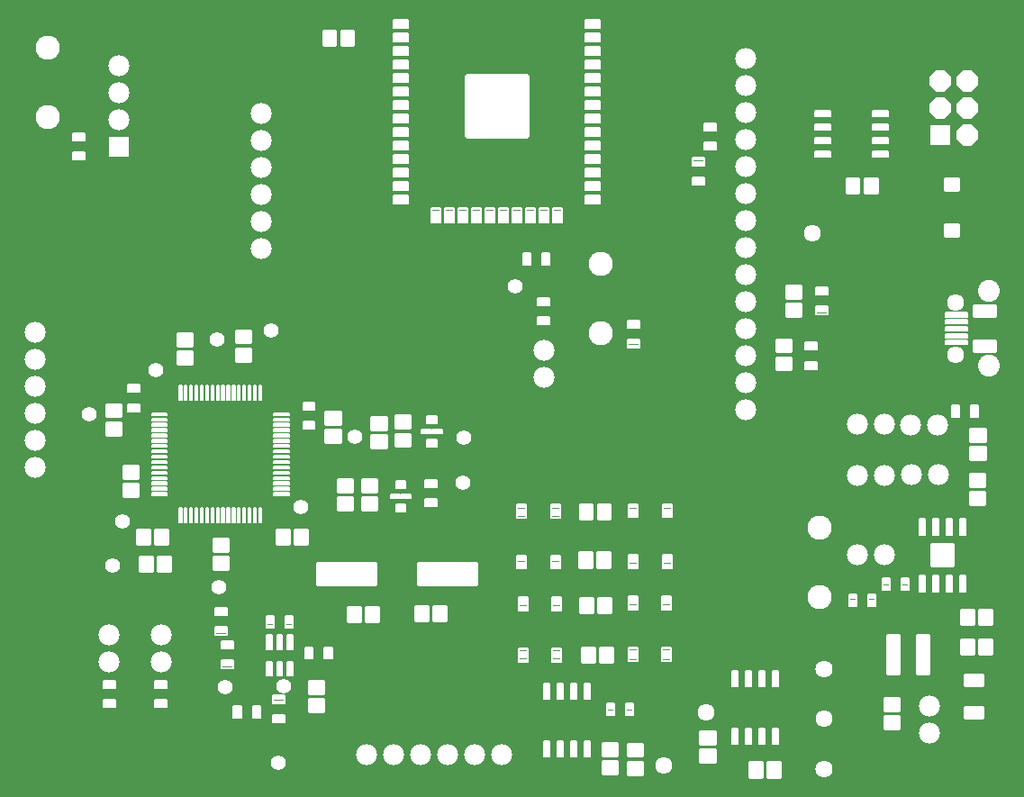
<source format=gts>
G04 EAGLE Gerber RS-274X export*
G75*
%MOMM*%
%FSLAX34Y34*%
%LPD*%
%INSoldermask Top*%
%IPNEG*%
%AMOC8*
5,1,8,0,0,1.08239X$1,22.5*%
G01*
%ADD10C,1.981200*%
%ADD11C,0.238272*%
%ADD12C,0.233172*%
%ADD13C,0.184800*%
%ADD14C,0.148763*%
%ADD15C,2.286000*%
%ADD16C,0.308222*%
%ADD17C,0.163213*%
%ADD18C,0.315222*%
%ADD19C,0.171600*%
%ADD20C,0.154350*%
%ADD21C,0.165000*%
%ADD22C,0.198550*%
%ADD23R,1.981200X1.981200*%
%ADD24C,0.220216*%
%ADD25C,1.625600*%
%ADD26C,1.609600*%
%ADD27C,0.216172*%
%ADD28C,0.155247*%
%ADD29C,0.216288*%
%ADD30C,2.051600*%
%ADD31P,2.144431X8X112.500000*%
%ADD32C,0.188100*%
%ADD33C,0.610159*%
%ADD34C,1.409600*%


D10*
X380700Y59900D03*
X406100Y59900D03*
X431500Y59900D03*
X456900Y59900D03*
X482300Y59900D03*
X507700Y59900D03*
D11*
X368317Y740517D02*
X356683Y740517D01*
X368317Y740517D02*
X368317Y726883D01*
X356683Y726883D01*
X356683Y740517D01*
X356683Y729147D02*
X368317Y729147D01*
X368317Y731411D02*
X356683Y731411D01*
X356683Y733675D02*
X368317Y733675D01*
X368317Y735939D02*
X356683Y735939D01*
X356683Y738203D02*
X368317Y738203D01*
X368317Y740467D02*
X356683Y740467D01*
X351317Y740517D02*
X339683Y740517D01*
X351317Y740517D02*
X351317Y726883D01*
X339683Y726883D01*
X339683Y740517D01*
X339683Y729147D02*
X351317Y729147D01*
X351317Y731411D02*
X339683Y731411D01*
X339683Y733675D02*
X351317Y733675D01*
X351317Y735939D02*
X339683Y735939D01*
X339683Y738203D02*
X351317Y738203D01*
X351317Y740467D02*
X339683Y740467D01*
X307817Y258283D02*
X296183Y258283D01*
X296183Y271917D01*
X307817Y271917D01*
X307817Y258283D01*
X307817Y260547D02*
X296183Y260547D01*
X296183Y262811D02*
X307817Y262811D01*
X307817Y265075D02*
X296183Y265075D01*
X296183Y267339D02*
X307817Y267339D01*
X307817Y269603D02*
X296183Y269603D01*
X296183Y271867D02*
X307817Y271867D01*
X313183Y258283D02*
X324817Y258283D01*
X313183Y258283D02*
X313183Y271917D01*
X324817Y271917D01*
X324817Y258283D01*
X324817Y260547D02*
X313183Y260547D01*
X313183Y262811D02*
X324817Y262811D01*
X324817Y265075D02*
X313183Y265075D01*
X313183Y267339D02*
X324817Y267339D01*
X324817Y269603D02*
X313183Y269603D01*
X313183Y271867D02*
X324817Y271867D01*
X236783Y263117D02*
X236783Y251483D01*
X236783Y263117D02*
X250417Y263117D01*
X250417Y251483D01*
X236783Y251483D01*
X236783Y253747D02*
X250417Y253747D01*
X250417Y256011D02*
X236783Y256011D01*
X236783Y258275D02*
X250417Y258275D01*
X250417Y260539D02*
X236783Y260539D01*
X236783Y262803D02*
X250417Y262803D01*
X236783Y246117D02*
X236783Y234483D01*
X236783Y246117D02*
X250417Y246117D01*
X250417Y234483D01*
X236783Y234483D01*
X236783Y236747D02*
X250417Y236747D01*
X250417Y239011D02*
X236783Y239011D01*
X236783Y241275D02*
X250417Y241275D01*
X250417Y243539D02*
X236783Y243539D01*
X236783Y245803D02*
X250417Y245803D01*
X355717Y353583D02*
X355717Y365217D01*
X355717Y353583D02*
X342083Y353583D01*
X342083Y365217D01*
X355717Y365217D01*
X355717Y355847D02*
X342083Y355847D01*
X342083Y358111D02*
X355717Y358111D01*
X355717Y360375D02*
X342083Y360375D01*
X342083Y362639D02*
X355717Y362639D01*
X355717Y364903D02*
X342083Y364903D01*
X355717Y370583D02*
X355717Y382217D01*
X355717Y370583D02*
X342083Y370583D01*
X342083Y382217D01*
X355717Y382217D01*
X355717Y372847D02*
X342083Y372847D01*
X342083Y375111D02*
X355717Y375111D01*
X355717Y377375D02*
X342083Y377375D01*
X342083Y379639D02*
X355717Y379639D01*
X355717Y381903D02*
X342083Y381903D01*
X961217Y306917D02*
X961217Y295283D01*
X947583Y295283D01*
X947583Y306917D01*
X961217Y306917D01*
X961217Y297547D02*
X947583Y297547D01*
X947583Y299811D02*
X961217Y299811D01*
X961217Y302075D02*
X947583Y302075D01*
X947583Y304339D02*
X961217Y304339D01*
X961217Y306603D02*
X947583Y306603D01*
X961217Y312283D02*
X961217Y323917D01*
X961217Y312283D02*
X947583Y312283D01*
X947583Y323917D01*
X961217Y323917D01*
X961217Y314547D02*
X947583Y314547D01*
X947583Y316811D02*
X961217Y316811D01*
X961217Y319075D02*
X947583Y319075D01*
X947583Y321339D02*
X961217Y321339D01*
X961217Y323603D02*
X947583Y323603D01*
X216717Y427483D02*
X216717Y439117D01*
X216717Y427483D02*
X203083Y427483D01*
X203083Y439117D01*
X216717Y439117D01*
X216717Y429747D02*
X203083Y429747D01*
X203083Y432011D02*
X216717Y432011D01*
X216717Y434275D02*
X203083Y434275D01*
X203083Y436539D02*
X216717Y436539D01*
X216717Y438803D02*
X203083Y438803D01*
X216717Y444483D02*
X216717Y456117D01*
X216717Y444483D02*
X203083Y444483D01*
X203083Y456117D01*
X216717Y456117D01*
X216717Y446747D02*
X203083Y446747D01*
X203083Y449011D02*
X216717Y449011D01*
X216717Y451275D02*
X203083Y451275D01*
X203083Y453539D02*
X216717Y453539D01*
X216717Y455803D02*
X203083Y455803D01*
X271217Y441817D02*
X271217Y430183D01*
X257583Y430183D01*
X257583Y441817D01*
X271217Y441817D01*
X271217Y432447D02*
X257583Y432447D01*
X257583Y434711D02*
X271217Y434711D01*
X271217Y436975D02*
X257583Y436975D01*
X257583Y439239D02*
X271217Y439239D01*
X271217Y441503D02*
X257583Y441503D01*
X271217Y447183D02*
X271217Y458817D01*
X271217Y447183D02*
X257583Y447183D01*
X257583Y458817D01*
X271217Y458817D01*
X271217Y449447D02*
X257583Y449447D01*
X257583Y451711D02*
X271217Y451711D01*
X271217Y453975D02*
X257583Y453975D01*
X257583Y456239D02*
X271217Y456239D01*
X271217Y458503D02*
X257583Y458503D01*
X152283Y331617D02*
X152283Y319983D01*
X152283Y331617D02*
X165917Y331617D01*
X165917Y319983D01*
X152283Y319983D01*
X152283Y322247D02*
X165917Y322247D01*
X165917Y324511D02*
X152283Y324511D01*
X152283Y326775D02*
X165917Y326775D01*
X165917Y329039D02*
X152283Y329039D01*
X152283Y331303D02*
X165917Y331303D01*
X152283Y314617D02*
X152283Y302983D01*
X152283Y314617D02*
X165917Y314617D01*
X165917Y302983D01*
X152283Y302983D01*
X152283Y305247D02*
X165917Y305247D01*
X165917Y307511D02*
X152283Y307511D01*
X152283Y309775D02*
X165917Y309775D01*
X165917Y312039D02*
X152283Y312039D01*
X152283Y314303D02*
X165917Y314303D01*
X149417Y360783D02*
X149417Y372417D01*
X149417Y360783D02*
X135783Y360783D01*
X135783Y372417D01*
X149417Y372417D01*
X149417Y363047D02*
X135783Y363047D01*
X135783Y365311D02*
X149417Y365311D01*
X149417Y367575D02*
X135783Y367575D01*
X135783Y369839D02*
X149417Y369839D01*
X149417Y372103D02*
X135783Y372103D01*
X149417Y377783D02*
X149417Y389417D01*
X149417Y377783D02*
X135783Y377783D01*
X135783Y389417D01*
X149417Y389417D01*
X149417Y380047D02*
X135783Y380047D01*
X135783Y382311D02*
X149417Y382311D01*
X149417Y384575D02*
X135783Y384575D01*
X135783Y386839D02*
X149417Y386839D01*
X149417Y389103D02*
X135783Y389103D01*
X421417Y361617D02*
X421417Y349983D01*
X407783Y349983D01*
X407783Y361617D01*
X421417Y361617D01*
X421417Y352247D02*
X407783Y352247D01*
X407783Y354511D02*
X421417Y354511D01*
X421417Y356775D02*
X407783Y356775D01*
X407783Y359039D02*
X421417Y359039D01*
X421417Y361303D02*
X407783Y361303D01*
X421417Y366983D02*
X421417Y378617D01*
X421417Y366983D02*
X407783Y366983D01*
X407783Y378617D01*
X421417Y378617D01*
X421417Y369247D02*
X407783Y369247D01*
X407783Y371511D02*
X421417Y371511D01*
X421417Y373775D02*
X407783Y373775D01*
X407783Y376039D02*
X421417Y376039D01*
X421417Y378303D02*
X407783Y378303D01*
X398917Y360317D02*
X398917Y348683D01*
X385283Y348683D01*
X385283Y360317D01*
X398917Y360317D01*
X398917Y350947D02*
X385283Y350947D01*
X385283Y353211D02*
X398917Y353211D01*
X398917Y355475D02*
X385283Y355475D01*
X385283Y357739D02*
X398917Y357739D01*
X398917Y360003D02*
X385283Y360003D01*
X398917Y365683D02*
X398917Y377317D01*
X398917Y365683D02*
X385283Y365683D01*
X385283Y377317D01*
X398917Y377317D01*
X398917Y367947D02*
X385283Y367947D01*
X385283Y370211D02*
X398917Y370211D01*
X398917Y372475D02*
X385283Y372475D01*
X385283Y374739D02*
X398917Y374739D01*
X398917Y377003D02*
X385283Y377003D01*
X779517Y421883D02*
X779517Y433517D01*
X779517Y421883D02*
X765883Y421883D01*
X765883Y433517D01*
X779517Y433517D01*
X779517Y424147D02*
X765883Y424147D01*
X765883Y426411D02*
X779517Y426411D01*
X779517Y428675D02*
X765883Y428675D01*
X765883Y430939D02*
X779517Y430939D01*
X779517Y433203D02*
X765883Y433203D01*
X779517Y438883D02*
X779517Y450517D01*
X779517Y438883D02*
X765883Y438883D01*
X765883Y450517D01*
X779517Y450517D01*
X779517Y441147D02*
X765883Y441147D01*
X765883Y443411D02*
X779517Y443411D01*
X779517Y445675D02*
X765883Y445675D01*
X765883Y447939D02*
X779517Y447939D01*
X779517Y450203D02*
X765883Y450203D01*
X376583Y318617D02*
X376583Y306983D01*
X376583Y318617D02*
X390217Y318617D01*
X390217Y306983D01*
X376583Y306983D01*
X376583Y309247D02*
X390217Y309247D01*
X390217Y311511D02*
X376583Y311511D01*
X376583Y313775D02*
X390217Y313775D01*
X390217Y316039D02*
X376583Y316039D01*
X376583Y318303D02*
X390217Y318303D01*
X376583Y301617D02*
X376583Y289983D01*
X376583Y301617D02*
X390217Y301617D01*
X390217Y289983D01*
X376583Y289983D01*
X376583Y292247D02*
X390217Y292247D01*
X390217Y294511D02*
X376583Y294511D01*
X376583Y296775D02*
X390217Y296775D01*
X390217Y299039D02*
X376583Y299039D01*
X376583Y301303D02*
X390217Y301303D01*
X353583Y307283D02*
X353583Y318917D01*
X367217Y318917D01*
X367217Y307283D01*
X353583Y307283D01*
X353583Y309547D02*
X367217Y309547D01*
X367217Y311811D02*
X353583Y311811D01*
X353583Y314075D02*
X367217Y314075D01*
X367217Y316339D02*
X353583Y316339D01*
X353583Y318603D02*
X367217Y318603D01*
X353583Y301917D02*
X353583Y290283D01*
X353583Y301917D02*
X367217Y301917D01*
X367217Y290283D01*
X353583Y290283D01*
X353583Y292547D02*
X367217Y292547D01*
X367217Y294811D02*
X353583Y294811D01*
X353583Y297075D02*
X367217Y297075D01*
X367217Y299339D02*
X353583Y299339D01*
X353583Y301603D02*
X367217Y301603D01*
X961917Y337783D02*
X961917Y349417D01*
X961917Y337783D02*
X948283Y337783D01*
X948283Y349417D01*
X961917Y349417D01*
X961917Y340047D02*
X948283Y340047D01*
X948283Y342311D02*
X961917Y342311D01*
X961917Y344575D02*
X948283Y344575D01*
X948283Y346839D02*
X961917Y346839D01*
X961917Y349103D02*
X948283Y349103D01*
X961917Y354783D02*
X961917Y366417D01*
X961917Y354783D02*
X948283Y354783D01*
X948283Y366417D01*
X961917Y366417D01*
X961917Y357047D02*
X948283Y357047D01*
X948283Y359311D02*
X961917Y359311D01*
X961917Y361575D02*
X948283Y361575D01*
X948283Y363839D02*
X961917Y363839D01*
X961917Y366103D02*
X948283Y366103D01*
X956383Y196417D02*
X968017Y196417D01*
X968017Y182783D01*
X956383Y182783D01*
X956383Y196417D01*
X956383Y185047D02*
X968017Y185047D01*
X968017Y187311D02*
X956383Y187311D01*
X956383Y189575D02*
X968017Y189575D01*
X968017Y191839D02*
X956383Y191839D01*
X956383Y194103D02*
X968017Y194103D01*
X968017Y196367D02*
X956383Y196367D01*
X951017Y196417D02*
X939383Y196417D01*
X951017Y196417D02*
X951017Y182783D01*
X939383Y182783D01*
X939383Y196417D01*
X939383Y185047D02*
X951017Y185047D01*
X951017Y187311D02*
X939383Y187311D01*
X939383Y189575D02*
X951017Y189575D01*
X951017Y191839D02*
X939383Y191839D01*
X939383Y194103D02*
X951017Y194103D01*
X951017Y196367D02*
X939383Y196367D01*
X956683Y167917D02*
X968317Y167917D01*
X968317Y154283D01*
X956683Y154283D01*
X956683Y167917D01*
X956683Y156547D02*
X968317Y156547D01*
X968317Y158811D02*
X956683Y158811D01*
X956683Y161075D02*
X968317Y161075D01*
X968317Y163339D02*
X956683Y163339D01*
X956683Y165603D02*
X968317Y165603D01*
X968317Y167867D02*
X956683Y167867D01*
X951317Y167917D02*
X939683Y167917D01*
X951317Y167917D02*
X951317Y154283D01*
X939683Y154283D01*
X939683Y167917D01*
X939683Y156547D02*
X951317Y156547D01*
X951317Y158811D02*
X939683Y158811D01*
X939683Y161075D02*
X951317Y161075D01*
X951317Y163339D02*
X939683Y163339D01*
X939683Y165603D02*
X951317Y165603D01*
X951317Y167867D02*
X939683Y167867D01*
X867083Y113117D02*
X867083Y101483D01*
X867083Y113117D02*
X880717Y113117D01*
X880717Y101483D01*
X867083Y101483D01*
X867083Y103747D02*
X880717Y103747D01*
X880717Y106011D02*
X867083Y106011D01*
X867083Y108275D02*
X880717Y108275D01*
X880717Y110539D02*
X867083Y110539D01*
X867083Y112803D02*
X880717Y112803D01*
X867083Y96117D02*
X867083Y84483D01*
X867083Y96117D02*
X880717Y96117D01*
X880717Y84483D01*
X867083Y84483D01*
X867083Y86747D02*
X880717Y86747D01*
X880717Y89011D02*
X867083Y89011D01*
X867083Y91275D02*
X880717Y91275D01*
X880717Y93539D02*
X867083Y93539D01*
X867083Y95803D02*
X880717Y95803D01*
X611917Y160917D02*
X600283Y160917D01*
X611917Y160917D02*
X611917Y147283D01*
X600283Y147283D01*
X600283Y160917D01*
X600283Y149547D02*
X611917Y149547D01*
X611917Y151811D02*
X600283Y151811D01*
X600283Y154075D02*
X611917Y154075D01*
X611917Y156339D02*
X600283Y156339D01*
X600283Y158603D02*
X611917Y158603D01*
X611917Y160867D02*
X600283Y160867D01*
X594917Y160917D02*
X583283Y160917D01*
X594917Y160917D02*
X594917Y147283D01*
X583283Y147283D01*
X583283Y160917D01*
X583283Y149547D02*
X594917Y149547D01*
X594917Y151811D02*
X583283Y151811D01*
X583283Y154075D02*
X594917Y154075D01*
X594917Y156339D02*
X583283Y156339D01*
X583283Y158603D02*
X594917Y158603D01*
X594917Y160867D02*
X583283Y160867D01*
X581283Y193583D02*
X592917Y193583D01*
X581283Y193583D02*
X581283Y207217D01*
X592917Y207217D01*
X592917Y193583D01*
X592917Y195847D02*
X581283Y195847D01*
X581283Y198111D02*
X592917Y198111D01*
X592917Y200375D02*
X581283Y200375D01*
X581283Y202639D02*
X592917Y202639D01*
X592917Y204903D02*
X581283Y204903D01*
X581283Y207167D02*
X592917Y207167D01*
X598283Y193583D02*
X609917Y193583D01*
X598283Y193583D02*
X598283Y207217D01*
X609917Y207217D01*
X609917Y193583D01*
X609917Y195847D02*
X598283Y195847D01*
X598283Y198111D02*
X609917Y198111D01*
X609917Y200375D02*
X598283Y200375D01*
X598283Y202639D02*
X609917Y202639D01*
X609917Y204903D02*
X598283Y204903D01*
X598283Y207167D02*
X609917Y207167D01*
X592617Y281583D02*
X580983Y281583D01*
X580983Y295217D01*
X592617Y295217D01*
X592617Y281583D01*
X592617Y283847D02*
X580983Y283847D01*
X580983Y286111D02*
X592617Y286111D01*
X592617Y288375D02*
X580983Y288375D01*
X580983Y290639D02*
X592617Y290639D01*
X592617Y292903D02*
X580983Y292903D01*
X580983Y295167D02*
X592617Y295167D01*
X597983Y281583D02*
X609617Y281583D01*
X597983Y281583D02*
X597983Y295217D01*
X609617Y295217D01*
X609617Y281583D01*
X609617Y283847D02*
X597983Y283847D01*
X597983Y286111D02*
X609617Y286111D01*
X609617Y288375D02*
X597983Y288375D01*
X597983Y290639D02*
X609617Y290639D01*
X609617Y292903D02*
X597983Y292903D01*
X597983Y295167D02*
X609617Y295167D01*
X609317Y249917D02*
X597683Y249917D01*
X609317Y249917D02*
X609317Y236283D01*
X597683Y236283D01*
X597683Y249917D01*
X597683Y238547D02*
X609317Y238547D01*
X609317Y240811D02*
X597683Y240811D01*
X597683Y243075D02*
X609317Y243075D01*
X609317Y245339D02*
X597683Y245339D01*
X597683Y247603D02*
X609317Y247603D01*
X609317Y249867D02*
X597683Y249867D01*
X592317Y249917D02*
X580683Y249917D01*
X592317Y249917D02*
X592317Y236283D01*
X580683Y236283D01*
X580683Y249917D01*
X580683Y238547D02*
X592317Y238547D01*
X592317Y240811D02*
X580683Y240811D01*
X580683Y243075D02*
X592317Y243075D01*
X592317Y245339D02*
X580683Y245339D01*
X580683Y247603D02*
X592317Y247603D01*
X592317Y249867D02*
X580683Y249867D01*
X326783Y129217D02*
X326783Y117583D01*
X326783Y129217D02*
X340417Y129217D01*
X340417Y117583D01*
X326783Y117583D01*
X326783Y119847D02*
X340417Y119847D01*
X340417Y122111D02*
X326783Y122111D01*
X326783Y124375D02*
X340417Y124375D01*
X340417Y126639D02*
X326783Y126639D01*
X326783Y128903D02*
X340417Y128903D01*
X326783Y112217D02*
X326783Y100583D01*
X326783Y112217D02*
X340417Y112217D01*
X340417Y100583D01*
X326783Y100583D01*
X326783Y102847D02*
X340417Y102847D01*
X340417Y105111D02*
X326783Y105111D01*
X326783Y107375D02*
X340417Y107375D01*
X340417Y109639D02*
X326783Y109639D01*
X326783Y111903D02*
X340417Y111903D01*
X602583Y70617D02*
X602583Y58983D01*
X602583Y70617D02*
X616217Y70617D01*
X616217Y58983D01*
X602583Y58983D01*
X602583Y61247D02*
X616217Y61247D01*
X616217Y63511D02*
X602583Y63511D01*
X602583Y65775D02*
X616217Y65775D01*
X616217Y68039D02*
X602583Y68039D01*
X602583Y70303D02*
X616217Y70303D01*
X602583Y53617D02*
X602583Y41983D01*
X602583Y53617D02*
X616217Y53617D01*
X616217Y41983D01*
X602583Y41983D01*
X602583Y44247D02*
X616217Y44247D01*
X616217Y46511D02*
X602583Y46511D01*
X602583Y48775D02*
X616217Y48775D01*
X616217Y51039D02*
X602583Y51039D01*
X602583Y53303D02*
X616217Y53303D01*
X625883Y58583D02*
X625883Y70217D01*
X639517Y70217D01*
X639517Y58583D01*
X625883Y58583D01*
X625883Y60847D02*
X639517Y60847D01*
X639517Y63111D02*
X625883Y63111D01*
X625883Y65375D02*
X639517Y65375D01*
X639517Y67639D02*
X625883Y67639D01*
X625883Y69903D02*
X639517Y69903D01*
X625883Y53217D02*
X625883Y41583D01*
X625883Y53217D02*
X639517Y53217D01*
X639517Y41583D01*
X625883Y41583D01*
X625883Y43847D02*
X639517Y43847D01*
X639517Y46111D02*
X625883Y46111D01*
X625883Y48375D02*
X639517Y48375D01*
X639517Y50639D02*
X625883Y50639D01*
X625883Y52903D02*
X639517Y52903D01*
X788617Y472483D02*
X788617Y484117D01*
X788617Y472483D02*
X774983Y472483D01*
X774983Y484117D01*
X788617Y484117D01*
X788617Y474747D02*
X774983Y474747D01*
X774983Y477011D02*
X788617Y477011D01*
X788617Y479275D02*
X774983Y479275D01*
X774983Y481539D02*
X788617Y481539D01*
X788617Y483803D02*
X774983Y483803D01*
X788617Y489483D02*
X788617Y501117D01*
X788617Y489483D02*
X774983Y489483D01*
X774983Y501117D01*
X788617Y501117D01*
X788617Y491747D02*
X774983Y491747D01*
X774983Y494011D02*
X788617Y494011D01*
X788617Y496275D02*
X774983Y496275D01*
X774983Y498539D02*
X788617Y498539D01*
X788617Y500803D02*
X774983Y500803D01*
X831683Y587883D02*
X843317Y587883D01*
X831683Y587883D02*
X831683Y601517D01*
X843317Y601517D01*
X843317Y587883D01*
X843317Y590147D02*
X831683Y590147D01*
X831683Y592411D02*
X843317Y592411D01*
X843317Y594675D02*
X831683Y594675D01*
X831683Y596939D02*
X843317Y596939D01*
X843317Y599203D02*
X831683Y599203D01*
X831683Y601467D02*
X843317Y601467D01*
X848683Y587883D02*
X860317Y587883D01*
X848683Y587883D02*
X848683Y601517D01*
X860317Y601517D01*
X860317Y587883D01*
X860317Y590147D02*
X848683Y590147D01*
X848683Y592411D02*
X860317Y592411D01*
X860317Y594675D02*
X848683Y594675D01*
X848683Y596939D02*
X860317Y596939D01*
X860317Y599203D02*
X848683Y599203D01*
X848683Y601467D02*
X860317Y601467D01*
X769017Y52717D02*
X757383Y52717D01*
X769017Y52717D02*
X769017Y39083D01*
X757383Y39083D01*
X757383Y52717D01*
X757383Y41347D02*
X769017Y41347D01*
X769017Y43611D02*
X757383Y43611D01*
X757383Y45875D02*
X769017Y45875D01*
X769017Y48139D02*
X757383Y48139D01*
X757383Y50403D02*
X769017Y50403D01*
X769017Y52667D02*
X757383Y52667D01*
X752017Y52717D02*
X740383Y52717D01*
X752017Y52717D02*
X752017Y39083D01*
X740383Y39083D01*
X740383Y52717D01*
X740383Y41347D02*
X752017Y41347D01*
X752017Y43611D02*
X740383Y43611D01*
X740383Y45875D02*
X752017Y45875D01*
X752017Y48139D02*
X740383Y48139D01*
X740383Y50403D02*
X752017Y50403D01*
X752017Y52667D02*
X740383Y52667D01*
X694283Y70183D02*
X694283Y81817D01*
X707917Y81817D01*
X707917Y70183D01*
X694283Y70183D01*
X694283Y72447D02*
X707917Y72447D01*
X707917Y74711D02*
X694283Y74711D01*
X694283Y76975D02*
X707917Y76975D01*
X707917Y79239D02*
X694283Y79239D01*
X694283Y81503D02*
X707917Y81503D01*
X694283Y64817D02*
X694283Y53183D01*
X694283Y64817D02*
X707917Y64817D01*
X707917Y53183D01*
X694283Y53183D01*
X694283Y55447D02*
X707917Y55447D01*
X707917Y57711D02*
X694283Y57711D01*
X694283Y59975D02*
X707917Y59975D01*
X707917Y62239D02*
X694283Y62239D01*
X694283Y64503D02*
X707917Y64503D01*
X391617Y198717D02*
X379983Y198717D01*
X391617Y198717D02*
X391617Y185083D01*
X379983Y185083D01*
X379983Y198717D01*
X379983Y187347D02*
X391617Y187347D01*
X391617Y189611D02*
X379983Y189611D01*
X379983Y191875D02*
X391617Y191875D01*
X391617Y194139D02*
X379983Y194139D01*
X379983Y196403D02*
X391617Y196403D01*
X391617Y198667D02*
X379983Y198667D01*
X374617Y198717D02*
X362983Y198717D01*
X374617Y198717D02*
X374617Y185083D01*
X362983Y185083D01*
X362983Y198717D01*
X362983Y187347D02*
X374617Y187347D01*
X374617Y189611D02*
X362983Y189611D01*
X362983Y191875D02*
X374617Y191875D01*
X374617Y194139D02*
X362983Y194139D01*
X362983Y196403D02*
X374617Y196403D01*
X374617Y198667D02*
X362983Y198667D01*
X443283Y199217D02*
X454917Y199217D01*
X454917Y185583D01*
X443283Y185583D01*
X443283Y199217D01*
X443283Y187847D02*
X454917Y187847D01*
X454917Y190111D02*
X443283Y190111D01*
X443283Y192375D02*
X454917Y192375D01*
X454917Y194639D02*
X443283Y194639D01*
X443283Y196903D02*
X454917Y196903D01*
X454917Y199167D02*
X443283Y199167D01*
X437917Y199217D02*
X426283Y199217D01*
X437917Y199217D02*
X437917Y185583D01*
X426283Y185583D01*
X426283Y199217D01*
X426283Y187847D02*
X437917Y187847D01*
X437917Y190111D02*
X426283Y190111D01*
X426283Y192375D02*
X437917Y192375D01*
X437917Y194639D02*
X426283Y194639D01*
X426283Y196903D02*
X437917Y196903D01*
X437917Y199167D02*
X426283Y199167D01*
X196217Y246217D02*
X184583Y246217D01*
X196217Y246217D02*
X196217Y232583D01*
X184583Y232583D01*
X184583Y246217D01*
X184583Y234847D02*
X196217Y234847D01*
X196217Y237111D02*
X184583Y237111D01*
X184583Y239375D02*
X196217Y239375D01*
X196217Y241639D02*
X184583Y241639D01*
X184583Y243903D02*
X196217Y243903D01*
X196217Y246167D02*
X184583Y246167D01*
X179217Y246217D02*
X167583Y246217D01*
X179217Y246217D02*
X179217Y232583D01*
X167583Y232583D01*
X167583Y246217D01*
X167583Y234847D02*
X179217Y234847D01*
X179217Y237111D02*
X167583Y237111D01*
X167583Y239375D02*
X179217Y239375D01*
X179217Y241639D02*
X167583Y241639D01*
X167583Y243903D02*
X179217Y243903D01*
X179217Y246167D02*
X167583Y246167D01*
X181883Y271217D02*
X193517Y271217D01*
X193517Y257583D01*
X181883Y257583D01*
X181883Y271217D01*
X181883Y259847D02*
X193517Y259847D01*
X193517Y262111D02*
X181883Y262111D01*
X181883Y264375D02*
X193517Y264375D01*
X193517Y266639D02*
X181883Y266639D01*
X181883Y268903D02*
X193517Y268903D01*
X193517Y271167D02*
X181883Y271167D01*
X176517Y271217D02*
X164883Y271217D01*
X176517Y271217D02*
X176517Y257583D01*
X164883Y257583D01*
X164883Y271217D01*
X164883Y259847D02*
X176517Y259847D01*
X176517Y262111D02*
X164883Y262111D01*
X164883Y264375D02*
X176517Y264375D01*
X176517Y266639D02*
X164883Y266639D01*
X164883Y268903D02*
X176517Y268903D01*
X176517Y271167D02*
X164883Y271167D01*
D12*
X923808Y547508D02*
X923808Y558892D01*
X937192Y558892D01*
X937192Y547508D01*
X923808Y547508D01*
X923808Y549723D02*
X937192Y549723D01*
X937192Y551938D02*
X923808Y551938D01*
X923808Y554153D02*
X937192Y554153D01*
X937192Y556368D02*
X923808Y556368D01*
X923808Y558583D02*
X937192Y558583D01*
X937192Y590508D02*
X937192Y601892D01*
X937192Y590508D02*
X923808Y590508D01*
X923808Y601892D01*
X937192Y601892D01*
X937192Y592723D02*
X923808Y592723D01*
X923808Y594938D02*
X937192Y594938D01*
X937192Y597153D02*
X923808Y597153D01*
X923808Y599368D02*
X937192Y599368D01*
X937192Y601583D02*
X923808Y601583D01*
D13*
X417176Y295176D02*
X408224Y295176D01*
X417176Y295176D02*
X417176Y288224D01*
X408224Y288224D01*
X408224Y295176D01*
X408224Y289980D02*
X417176Y289980D01*
X417176Y291736D02*
X408224Y291736D01*
X408224Y293492D02*
X417176Y293492D01*
D14*
X413190Y304210D02*
X422210Y304210D01*
X422210Y301190D01*
X413190Y301190D01*
X413190Y304210D01*
X413190Y302604D02*
X422210Y302604D01*
X422210Y304018D02*
X413190Y304018D01*
D13*
X417176Y317176D02*
X408224Y317176D01*
X417176Y317176D02*
X417176Y310224D01*
X408224Y310224D01*
X408224Y317176D01*
X408224Y311980D02*
X417176Y311980D01*
X417176Y313736D02*
X408224Y313736D01*
X408224Y315492D02*
X417176Y315492D01*
D14*
X412210Y304210D02*
X403190Y304210D01*
X412210Y304210D02*
X412210Y301190D01*
X403190Y301190D01*
X403190Y304210D01*
X403190Y302604D02*
X412210Y302604D01*
X412210Y304018D02*
X403190Y304018D01*
D13*
X437424Y371424D02*
X446376Y371424D01*
X437424Y371424D02*
X437424Y378376D01*
X446376Y378376D01*
X446376Y371424D01*
X446376Y373180D02*
X437424Y373180D01*
X437424Y374936D02*
X446376Y374936D01*
X446376Y376692D02*
X437424Y376692D01*
D14*
X441410Y362390D02*
X432390Y362390D01*
X432390Y365410D01*
X441410Y365410D01*
X441410Y362390D01*
X441410Y363804D02*
X432390Y363804D01*
X432390Y365218D02*
X441410Y365218D01*
D13*
X437424Y349424D02*
X446376Y349424D01*
X437424Y349424D02*
X437424Y356376D01*
X446376Y356376D01*
X446376Y349424D01*
X446376Y351180D02*
X437424Y351180D01*
X437424Y352936D02*
X446376Y352936D01*
X446376Y354692D02*
X437424Y354692D01*
D14*
X442390Y362390D02*
X451410Y362390D01*
X442390Y362390D02*
X442390Y365410D01*
X451410Y365410D01*
X451410Y362390D01*
X451410Y363804D02*
X442390Y363804D01*
X442390Y365218D02*
X451410Y365218D01*
D15*
X601200Y521639D03*
X601200Y456361D03*
X80700Y724539D03*
X80700Y659261D03*
D16*
X430133Y238967D02*
X484067Y238967D01*
X484067Y220033D01*
X430133Y220033D01*
X430133Y238967D01*
X430133Y222961D02*
X484067Y222961D01*
X484067Y225889D02*
X430133Y225889D01*
X430133Y228817D02*
X484067Y228817D01*
X484067Y231745D02*
X430133Y231745D01*
X430133Y234673D02*
X484067Y234673D01*
X484067Y237601D02*
X430133Y237601D01*
X389067Y238967D02*
X335133Y238967D01*
X389067Y238967D02*
X389067Y220033D01*
X335133Y220033D01*
X335133Y238967D01*
X335133Y222961D02*
X389067Y222961D01*
X389067Y225889D02*
X335133Y225889D01*
X335133Y228817D02*
X389067Y228817D01*
X389067Y231745D02*
X335133Y231745D01*
X335133Y234673D02*
X389067Y234673D01*
X389067Y237601D02*
X335133Y237601D01*
D17*
X938702Y266208D02*
X938702Y281258D01*
X943598Y281258D01*
X943598Y266208D01*
X938702Y266208D01*
X938702Y267758D02*
X943598Y267758D01*
X943598Y269308D02*
X938702Y269308D01*
X938702Y270858D02*
X943598Y270858D01*
X943598Y272408D02*
X938702Y272408D01*
X938702Y273958D02*
X943598Y273958D01*
X943598Y275508D02*
X938702Y275508D01*
X938702Y277058D02*
X943598Y277058D01*
X943598Y278608D02*
X938702Y278608D01*
X938702Y280158D02*
X943598Y280158D01*
X926002Y281258D02*
X926002Y266208D01*
X926002Y281258D02*
X930898Y281258D01*
X930898Y266208D01*
X926002Y266208D01*
X926002Y267758D02*
X930898Y267758D01*
X930898Y269308D02*
X926002Y269308D01*
X926002Y270858D02*
X930898Y270858D01*
X930898Y272408D02*
X926002Y272408D01*
X926002Y273958D02*
X930898Y273958D01*
X930898Y275508D02*
X926002Y275508D01*
X926002Y277058D02*
X930898Y277058D01*
X930898Y278608D02*
X926002Y278608D01*
X926002Y280158D02*
X930898Y280158D01*
X913302Y281258D02*
X913302Y266208D01*
X913302Y281258D02*
X918198Y281258D01*
X918198Y266208D01*
X913302Y266208D01*
X913302Y267758D02*
X918198Y267758D01*
X918198Y269308D02*
X913302Y269308D01*
X913302Y270858D02*
X918198Y270858D01*
X918198Y272408D02*
X913302Y272408D01*
X913302Y273958D02*
X918198Y273958D01*
X918198Y275508D02*
X913302Y275508D01*
X913302Y277058D02*
X918198Y277058D01*
X918198Y278608D02*
X913302Y278608D01*
X913302Y280158D02*
X918198Y280158D01*
X900602Y281258D02*
X900602Y266208D01*
X900602Y281258D02*
X905498Y281258D01*
X905498Y266208D01*
X900602Y266208D01*
X900602Y267758D02*
X905498Y267758D01*
X905498Y269308D02*
X900602Y269308D01*
X900602Y270858D02*
X905498Y270858D01*
X905498Y272408D02*
X900602Y272408D01*
X900602Y273958D02*
X905498Y273958D01*
X905498Y275508D02*
X900602Y275508D01*
X900602Y277058D02*
X905498Y277058D01*
X905498Y278608D02*
X900602Y278608D01*
X900602Y280158D02*
X905498Y280158D01*
X900602Y228192D02*
X900602Y213142D01*
X900602Y228192D02*
X905498Y228192D01*
X905498Y213142D01*
X900602Y213142D01*
X900602Y214692D02*
X905498Y214692D01*
X905498Y216242D02*
X900602Y216242D01*
X900602Y217792D02*
X905498Y217792D01*
X905498Y219342D02*
X900602Y219342D01*
X900602Y220892D02*
X905498Y220892D01*
X905498Y222442D02*
X900602Y222442D01*
X900602Y223992D02*
X905498Y223992D01*
X905498Y225542D02*
X900602Y225542D01*
X900602Y227092D02*
X905498Y227092D01*
X913302Y228192D02*
X913302Y213142D01*
X913302Y228192D02*
X918198Y228192D01*
X918198Y213142D01*
X913302Y213142D01*
X913302Y214692D02*
X918198Y214692D01*
X918198Y216242D02*
X913302Y216242D01*
X913302Y217792D02*
X918198Y217792D01*
X918198Y219342D02*
X913302Y219342D01*
X913302Y220892D02*
X918198Y220892D01*
X918198Y222442D02*
X913302Y222442D01*
X913302Y223992D02*
X918198Y223992D01*
X918198Y225542D02*
X913302Y225542D01*
X913302Y227092D02*
X918198Y227092D01*
X926002Y228192D02*
X926002Y213142D01*
X926002Y228192D02*
X930898Y228192D01*
X930898Y213142D01*
X926002Y213142D01*
X926002Y214692D02*
X930898Y214692D01*
X930898Y216242D02*
X926002Y216242D01*
X926002Y217792D02*
X930898Y217792D01*
X930898Y219342D02*
X926002Y219342D01*
X926002Y220892D02*
X930898Y220892D01*
X930898Y222442D02*
X926002Y222442D01*
X926002Y223992D02*
X930898Y223992D01*
X930898Y225542D02*
X926002Y225542D01*
X926002Y227092D02*
X930898Y227092D01*
X938702Y228192D02*
X938702Y213142D01*
X938702Y228192D02*
X943598Y228192D01*
X943598Y213142D01*
X938702Y213142D01*
X938702Y214692D02*
X943598Y214692D01*
X943598Y216242D02*
X938702Y216242D01*
X938702Y217792D02*
X943598Y217792D01*
X943598Y219342D02*
X938702Y219342D01*
X938702Y220892D02*
X943598Y220892D01*
X943598Y222442D02*
X938702Y222442D01*
X938702Y223992D02*
X943598Y223992D01*
X943598Y225542D02*
X938702Y225542D01*
X938702Y227092D02*
X943598Y227092D01*
D18*
X931782Y237518D02*
X912418Y237518D01*
X912418Y256882D01*
X931782Y256882D01*
X931782Y237518D01*
X931782Y240512D02*
X912418Y240512D01*
X912418Y243506D02*
X931782Y243506D01*
X931782Y246500D02*
X912418Y246500D01*
X912418Y249494D02*
X931782Y249494D01*
X931782Y252488D02*
X912418Y252488D01*
X912418Y255482D02*
X931782Y255482D01*
D19*
X585433Y126812D02*
X585433Y112628D01*
X585433Y126812D02*
X590867Y126812D01*
X590867Y112628D01*
X585433Y112628D01*
X585433Y114258D02*
X590867Y114258D01*
X590867Y115888D02*
X585433Y115888D01*
X585433Y117518D02*
X590867Y117518D01*
X590867Y119148D02*
X585433Y119148D01*
X585433Y120778D02*
X590867Y120778D01*
X590867Y122408D02*
X585433Y122408D01*
X585433Y124038D02*
X590867Y124038D01*
X590867Y125668D02*
X585433Y125668D01*
X572733Y126812D02*
X572733Y112628D01*
X572733Y126812D02*
X578167Y126812D01*
X578167Y112628D01*
X572733Y112628D01*
X572733Y114258D02*
X578167Y114258D01*
X578167Y115888D02*
X572733Y115888D01*
X572733Y117518D02*
X578167Y117518D01*
X578167Y119148D02*
X572733Y119148D01*
X572733Y120778D02*
X578167Y120778D01*
X578167Y122408D02*
X572733Y122408D01*
X572733Y124038D02*
X578167Y124038D01*
X578167Y125668D02*
X572733Y125668D01*
X560033Y126812D02*
X560033Y112628D01*
X560033Y126812D02*
X565467Y126812D01*
X565467Y112628D01*
X560033Y112628D01*
X560033Y114258D02*
X565467Y114258D01*
X565467Y115888D02*
X560033Y115888D01*
X560033Y117518D02*
X565467Y117518D01*
X565467Y119148D02*
X560033Y119148D01*
X560033Y120778D02*
X565467Y120778D01*
X565467Y122408D02*
X560033Y122408D01*
X560033Y124038D02*
X565467Y124038D01*
X565467Y125668D02*
X560033Y125668D01*
X547333Y126812D02*
X547333Y112628D01*
X547333Y126812D02*
X552767Y126812D01*
X552767Y112628D01*
X547333Y112628D01*
X547333Y114258D02*
X552767Y114258D01*
X552767Y115888D02*
X547333Y115888D01*
X547333Y117518D02*
X552767Y117518D01*
X552767Y119148D02*
X547333Y119148D01*
X547333Y120778D02*
X552767Y120778D01*
X552767Y122408D02*
X547333Y122408D01*
X547333Y124038D02*
X552767Y124038D01*
X552767Y125668D02*
X547333Y125668D01*
X547333Y72572D02*
X547333Y58388D01*
X547333Y72572D02*
X552767Y72572D01*
X552767Y58388D01*
X547333Y58388D01*
X547333Y60018D02*
X552767Y60018D01*
X552767Y61648D02*
X547333Y61648D01*
X547333Y63278D02*
X552767Y63278D01*
X552767Y64908D02*
X547333Y64908D01*
X547333Y66538D02*
X552767Y66538D01*
X552767Y68168D02*
X547333Y68168D01*
X547333Y69798D02*
X552767Y69798D01*
X552767Y71428D02*
X547333Y71428D01*
X560033Y72572D02*
X560033Y58388D01*
X560033Y72572D02*
X565467Y72572D01*
X565467Y58388D01*
X560033Y58388D01*
X560033Y60018D02*
X565467Y60018D01*
X565467Y61648D02*
X560033Y61648D01*
X560033Y63278D02*
X565467Y63278D01*
X565467Y64908D02*
X560033Y64908D01*
X560033Y66538D02*
X565467Y66538D01*
X565467Y68168D02*
X560033Y68168D01*
X560033Y69798D02*
X565467Y69798D01*
X565467Y71428D02*
X560033Y71428D01*
X572733Y72572D02*
X572733Y58388D01*
X572733Y72572D02*
X578167Y72572D01*
X578167Y58388D01*
X572733Y58388D01*
X572733Y60018D02*
X578167Y60018D01*
X578167Y61648D02*
X572733Y61648D01*
X572733Y63278D02*
X578167Y63278D01*
X578167Y64908D02*
X572733Y64908D01*
X572733Y66538D02*
X578167Y66538D01*
X578167Y68168D02*
X572733Y68168D01*
X572733Y69798D02*
X578167Y69798D01*
X578167Y71428D02*
X572733Y71428D01*
X585433Y72572D02*
X585433Y58388D01*
X585433Y72572D02*
X590867Y72572D01*
X590867Y58388D01*
X585433Y58388D01*
X585433Y60018D02*
X590867Y60018D01*
X590867Y61648D02*
X585433Y61648D01*
X585433Y63278D02*
X590867Y63278D01*
X590867Y64908D02*
X585433Y64908D01*
X585433Y66538D02*
X590867Y66538D01*
X590867Y68168D02*
X585433Y68168D01*
X585433Y69798D02*
X590867Y69798D01*
X590867Y71428D02*
X585433Y71428D01*
X729567Y69988D02*
X729567Y84172D01*
X729567Y69988D02*
X724133Y69988D01*
X724133Y84172D01*
X729567Y84172D01*
X729567Y71618D02*
X724133Y71618D01*
X724133Y73248D02*
X729567Y73248D01*
X729567Y74878D02*
X724133Y74878D01*
X724133Y76508D02*
X729567Y76508D01*
X729567Y78138D02*
X724133Y78138D01*
X724133Y79768D02*
X729567Y79768D01*
X729567Y81398D02*
X724133Y81398D01*
X724133Y83028D02*
X729567Y83028D01*
X742267Y84172D02*
X742267Y69988D01*
X736833Y69988D01*
X736833Y84172D01*
X742267Y84172D01*
X742267Y71618D02*
X736833Y71618D01*
X736833Y73248D02*
X742267Y73248D01*
X742267Y74878D02*
X736833Y74878D01*
X736833Y76508D02*
X742267Y76508D01*
X742267Y78138D02*
X736833Y78138D01*
X736833Y79768D02*
X742267Y79768D01*
X742267Y81398D02*
X736833Y81398D01*
X736833Y83028D02*
X742267Y83028D01*
X754967Y84172D02*
X754967Y69988D01*
X749533Y69988D01*
X749533Y84172D01*
X754967Y84172D01*
X754967Y71618D02*
X749533Y71618D01*
X749533Y73248D02*
X754967Y73248D01*
X754967Y74878D02*
X749533Y74878D01*
X749533Y76508D02*
X754967Y76508D01*
X754967Y78138D02*
X749533Y78138D01*
X749533Y79768D02*
X754967Y79768D01*
X754967Y81398D02*
X749533Y81398D01*
X749533Y83028D02*
X754967Y83028D01*
X767667Y84172D02*
X767667Y69988D01*
X762233Y69988D01*
X762233Y84172D01*
X767667Y84172D01*
X767667Y71618D02*
X762233Y71618D01*
X762233Y73248D02*
X767667Y73248D01*
X767667Y74878D02*
X762233Y74878D01*
X762233Y76508D02*
X767667Y76508D01*
X767667Y78138D02*
X762233Y78138D01*
X762233Y79768D02*
X767667Y79768D01*
X767667Y81398D02*
X762233Y81398D01*
X762233Y83028D02*
X767667Y83028D01*
X767667Y124228D02*
X767667Y138412D01*
X767667Y124228D02*
X762233Y124228D01*
X762233Y138412D01*
X767667Y138412D01*
X767667Y125858D02*
X762233Y125858D01*
X762233Y127488D02*
X767667Y127488D01*
X767667Y129118D02*
X762233Y129118D01*
X762233Y130748D02*
X767667Y130748D01*
X767667Y132378D02*
X762233Y132378D01*
X762233Y134008D02*
X767667Y134008D01*
X767667Y135638D02*
X762233Y135638D01*
X762233Y137268D02*
X767667Y137268D01*
X754967Y138412D02*
X754967Y124228D01*
X749533Y124228D01*
X749533Y138412D01*
X754967Y138412D01*
X754967Y125858D02*
X749533Y125858D01*
X749533Y127488D02*
X754967Y127488D01*
X754967Y129118D02*
X749533Y129118D01*
X749533Y130748D02*
X754967Y130748D01*
X754967Y132378D02*
X749533Y132378D01*
X749533Y134008D02*
X754967Y134008D01*
X754967Y135638D02*
X749533Y135638D01*
X749533Y137268D02*
X754967Y137268D01*
X742267Y138412D02*
X742267Y124228D01*
X736833Y124228D01*
X736833Y138412D01*
X742267Y138412D01*
X742267Y125858D02*
X736833Y125858D01*
X736833Y127488D02*
X742267Y127488D01*
X742267Y129118D02*
X736833Y129118D01*
X736833Y130748D02*
X742267Y130748D01*
X742267Y132378D02*
X736833Y132378D01*
X736833Y134008D02*
X742267Y134008D01*
X742267Y135638D02*
X736833Y135638D01*
X736833Y137268D02*
X742267Y137268D01*
X729567Y138412D02*
X729567Y124228D01*
X724133Y124228D01*
X724133Y138412D01*
X729567Y138412D01*
X729567Y125858D02*
X724133Y125858D01*
X724133Y127488D02*
X729567Y127488D01*
X729567Y129118D02*
X724133Y129118D01*
X724133Y130748D02*
X729567Y130748D01*
X729567Y132378D02*
X724133Y132378D01*
X724133Y134008D02*
X729567Y134008D01*
X729567Y135638D02*
X724133Y135638D01*
X724133Y137268D02*
X729567Y137268D01*
D20*
X307437Y305982D02*
X293723Y305982D01*
X307437Y305982D02*
X307437Y304018D01*
X293723Y304018D01*
X293723Y305982D01*
X293723Y305485D02*
X307437Y305485D01*
X307437Y310982D02*
X293723Y310982D01*
X307437Y310982D02*
X307437Y309018D01*
X293723Y309018D01*
X293723Y310982D01*
X293723Y310485D02*
X307437Y310485D01*
X307437Y315982D02*
X293723Y315982D01*
X307437Y315982D02*
X307437Y314018D01*
X293723Y314018D01*
X293723Y315982D01*
X293723Y315485D02*
X307437Y315485D01*
X307437Y320982D02*
X293723Y320982D01*
X307437Y320982D02*
X307437Y319018D01*
X293723Y319018D01*
X293723Y320982D01*
X293723Y320485D02*
X307437Y320485D01*
X307437Y325982D02*
X293723Y325982D01*
X307437Y325982D02*
X307437Y324018D01*
X293723Y324018D01*
X293723Y325982D01*
X293723Y325485D02*
X307437Y325485D01*
X307437Y330982D02*
X293723Y330982D01*
X307437Y330982D02*
X307437Y329018D01*
X293723Y329018D01*
X293723Y330982D01*
X293723Y330485D02*
X307437Y330485D01*
X307437Y335982D02*
X293723Y335982D01*
X307437Y335982D02*
X307437Y334018D01*
X293723Y334018D01*
X293723Y335982D01*
X293723Y335485D02*
X307437Y335485D01*
X307437Y340982D02*
X293723Y340982D01*
X307437Y340982D02*
X307437Y339018D01*
X293723Y339018D01*
X293723Y340982D01*
X293723Y340485D02*
X307437Y340485D01*
X307437Y345982D02*
X293723Y345982D01*
X307437Y345982D02*
X307437Y344018D01*
X293723Y344018D01*
X293723Y345982D01*
X293723Y345485D02*
X307437Y345485D01*
X307437Y350982D02*
X293723Y350982D01*
X307437Y350982D02*
X307437Y349018D01*
X293723Y349018D01*
X293723Y350982D01*
X293723Y350485D02*
X307437Y350485D01*
X307437Y355982D02*
X293723Y355982D01*
X307437Y355982D02*
X307437Y354018D01*
X293723Y354018D01*
X293723Y355982D01*
X293723Y355485D02*
X307437Y355485D01*
X307437Y360982D02*
X293723Y360982D01*
X307437Y360982D02*
X307437Y359018D01*
X293723Y359018D01*
X293723Y360982D01*
X293723Y360485D02*
X307437Y360485D01*
X307437Y365982D02*
X293723Y365982D01*
X307437Y365982D02*
X307437Y364018D01*
X293723Y364018D01*
X293723Y365982D01*
X293723Y365485D02*
X307437Y365485D01*
X307437Y370982D02*
X293723Y370982D01*
X307437Y370982D02*
X307437Y369018D01*
X293723Y369018D01*
X293723Y370982D01*
X293723Y370485D02*
X307437Y370485D01*
X307437Y375982D02*
X293723Y375982D01*
X307437Y375982D02*
X307437Y374018D01*
X293723Y374018D01*
X293723Y375982D01*
X293723Y375485D02*
X307437Y375485D01*
X307437Y380982D02*
X293723Y380982D01*
X307437Y380982D02*
X307437Y379018D01*
X293723Y379018D01*
X293723Y380982D01*
X293723Y380485D02*
X307437Y380485D01*
X279718Y393023D02*
X279718Y406737D01*
X281682Y406737D01*
X281682Y393023D01*
X279718Y393023D01*
X279718Y394490D02*
X281682Y394490D01*
X281682Y395957D02*
X279718Y395957D01*
X279718Y397424D02*
X281682Y397424D01*
X281682Y398891D02*
X279718Y398891D01*
X279718Y400358D02*
X281682Y400358D01*
X281682Y401825D02*
X279718Y401825D01*
X279718Y403292D02*
X281682Y403292D01*
X281682Y404759D02*
X279718Y404759D01*
X279718Y406226D02*
X281682Y406226D01*
X274718Y406737D02*
X274718Y393023D01*
X274718Y406737D02*
X276682Y406737D01*
X276682Y393023D01*
X274718Y393023D01*
X274718Y394490D02*
X276682Y394490D01*
X276682Y395957D02*
X274718Y395957D01*
X274718Y397424D02*
X276682Y397424D01*
X276682Y398891D02*
X274718Y398891D01*
X274718Y400358D02*
X276682Y400358D01*
X276682Y401825D02*
X274718Y401825D01*
X274718Y403292D02*
X276682Y403292D01*
X276682Y404759D02*
X274718Y404759D01*
X274718Y406226D02*
X276682Y406226D01*
X269718Y406737D02*
X269718Y393023D01*
X269718Y406737D02*
X271682Y406737D01*
X271682Y393023D01*
X269718Y393023D01*
X269718Y394490D02*
X271682Y394490D01*
X271682Y395957D02*
X269718Y395957D01*
X269718Y397424D02*
X271682Y397424D01*
X271682Y398891D02*
X269718Y398891D01*
X269718Y400358D02*
X271682Y400358D01*
X271682Y401825D02*
X269718Y401825D01*
X269718Y403292D02*
X271682Y403292D01*
X271682Y404759D02*
X269718Y404759D01*
X269718Y406226D02*
X271682Y406226D01*
X264718Y406737D02*
X264718Y393023D01*
X264718Y406737D02*
X266682Y406737D01*
X266682Y393023D01*
X264718Y393023D01*
X264718Y394490D02*
X266682Y394490D01*
X266682Y395957D02*
X264718Y395957D01*
X264718Y397424D02*
X266682Y397424D01*
X266682Y398891D02*
X264718Y398891D01*
X264718Y400358D02*
X266682Y400358D01*
X266682Y401825D02*
X264718Y401825D01*
X264718Y403292D02*
X266682Y403292D01*
X266682Y404759D02*
X264718Y404759D01*
X264718Y406226D02*
X266682Y406226D01*
X259718Y406737D02*
X259718Y393023D01*
X259718Y406737D02*
X261682Y406737D01*
X261682Y393023D01*
X259718Y393023D01*
X259718Y394490D02*
X261682Y394490D01*
X261682Y395957D02*
X259718Y395957D01*
X259718Y397424D02*
X261682Y397424D01*
X261682Y398891D02*
X259718Y398891D01*
X259718Y400358D02*
X261682Y400358D01*
X261682Y401825D02*
X259718Y401825D01*
X259718Y403292D02*
X261682Y403292D01*
X261682Y404759D02*
X259718Y404759D01*
X259718Y406226D02*
X261682Y406226D01*
X254718Y406737D02*
X254718Y393023D01*
X254718Y406737D02*
X256682Y406737D01*
X256682Y393023D01*
X254718Y393023D01*
X254718Y394490D02*
X256682Y394490D01*
X256682Y395957D02*
X254718Y395957D01*
X254718Y397424D02*
X256682Y397424D01*
X256682Y398891D02*
X254718Y398891D01*
X254718Y400358D02*
X256682Y400358D01*
X256682Y401825D02*
X254718Y401825D01*
X254718Y403292D02*
X256682Y403292D01*
X256682Y404759D02*
X254718Y404759D01*
X254718Y406226D02*
X256682Y406226D01*
X249718Y406737D02*
X249718Y393023D01*
X249718Y406737D02*
X251682Y406737D01*
X251682Y393023D01*
X249718Y393023D01*
X249718Y394490D02*
X251682Y394490D01*
X251682Y395957D02*
X249718Y395957D01*
X249718Y397424D02*
X251682Y397424D01*
X251682Y398891D02*
X249718Y398891D01*
X249718Y400358D02*
X251682Y400358D01*
X251682Y401825D02*
X249718Y401825D01*
X249718Y403292D02*
X251682Y403292D01*
X251682Y404759D02*
X249718Y404759D01*
X249718Y406226D02*
X251682Y406226D01*
X244718Y406737D02*
X244718Y393023D01*
X244718Y406737D02*
X246682Y406737D01*
X246682Y393023D01*
X244718Y393023D01*
X244718Y394490D02*
X246682Y394490D01*
X246682Y395957D02*
X244718Y395957D01*
X244718Y397424D02*
X246682Y397424D01*
X246682Y398891D02*
X244718Y398891D01*
X244718Y400358D02*
X246682Y400358D01*
X246682Y401825D02*
X244718Y401825D01*
X244718Y403292D02*
X246682Y403292D01*
X246682Y404759D02*
X244718Y404759D01*
X244718Y406226D02*
X246682Y406226D01*
X239718Y406737D02*
X239718Y393023D01*
X239718Y406737D02*
X241682Y406737D01*
X241682Y393023D01*
X239718Y393023D01*
X239718Y394490D02*
X241682Y394490D01*
X241682Y395957D02*
X239718Y395957D01*
X239718Y397424D02*
X241682Y397424D01*
X241682Y398891D02*
X239718Y398891D01*
X239718Y400358D02*
X241682Y400358D01*
X241682Y401825D02*
X239718Y401825D01*
X239718Y403292D02*
X241682Y403292D01*
X241682Y404759D02*
X239718Y404759D01*
X239718Y406226D02*
X241682Y406226D01*
X234718Y406737D02*
X234718Y393023D01*
X234718Y406737D02*
X236682Y406737D01*
X236682Y393023D01*
X234718Y393023D01*
X234718Y394490D02*
X236682Y394490D01*
X236682Y395957D02*
X234718Y395957D01*
X234718Y397424D02*
X236682Y397424D01*
X236682Y398891D02*
X234718Y398891D01*
X234718Y400358D02*
X236682Y400358D01*
X236682Y401825D02*
X234718Y401825D01*
X234718Y403292D02*
X236682Y403292D01*
X236682Y404759D02*
X234718Y404759D01*
X234718Y406226D02*
X236682Y406226D01*
X229718Y406737D02*
X229718Y393023D01*
X229718Y406737D02*
X231682Y406737D01*
X231682Y393023D01*
X229718Y393023D01*
X229718Y394490D02*
X231682Y394490D01*
X231682Y395957D02*
X229718Y395957D01*
X229718Y397424D02*
X231682Y397424D01*
X231682Y398891D02*
X229718Y398891D01*
X229718Y400358D02*
X231682Y400358D01*
X231682Y401825D02*
X229718Y401825D01*
X229718Y403292D02*
X231682Y403292D01*
X231682Y404759D02*
X229718Y404759D01*
X229718Y406226D02*
X231682Y406226D01*
X224718Y406737D02*
X224718Y393023D01*
X224718Y406737D02*
X226682Y406737D01*
X226682Y393023D01*
X224718Y393023D01*
X224718Y394490D02*
X226682Y394490D01*
X226682Y395957D02*
X224718Y395957D01*
X224718Y397424D02*
X226682Y397424D01*
X226682Y398891D02*
X224718Y398891D01*
X224718Y400358D02*
X226682Y400358D01*
X226682Y401825D02*
X224718Y401825D01*
X224718Y403292D02*
X226682Y403292D01*
X226682Y404759D02*
X224718Y404759D01*
X224718Y406226D02*
X226682Y406226D01*
X219718Y406737D02*
X219718Y393023D01*
X219718Y406737D02*
X221682Y406737D01*
X221682Y393023D01*
X219718Y393023D01*
X219718Y394490D02*
X221682Y394490D01*
X221682Y395957D02*
X219718Y395957D01*
X219718Y397424D02*
X221682Y397424D01*
X221682Y398891D02*
X219718Y398891D01*
X219718Y400358D02*
X221682Y400358D01*
X221682Y401825D02*
X219718Y401825D01*
X219718Y403292D02*
X221682Y403292D01*
X221682Y404759D02*
X219718Y404759D01*
X219718Y406226D02*
X221682Y406226D01*
X214718Y406737D02*
X214718Y393023D01*
X214718Y406737D02*
X216682Y406737D01*
X216682Y393023D01*
X214718Y393023D01*
X214718Y394490D02*
X216682Y394490D01*
X216682Y395957D02*
X214718Y395957D01*
X214718Y397424D02*
X216682Y397424D01*
X216682Y398891D02*
X214718Y398891D01*
X214718Y400358D02*
X216682Y400358D01*
X216682Y401825D02*
X214718Y401825D01*
X214718Y403292D02*
X216682Y403292D01*
X216682Y404759D02*
X214718Y404759D01*
X214718Y406226D02*
X216682Y406226D01*
X209718Y406737D02*
X209718Y393023D01*
X209718Y406737D02*
X211682Y406737D01*
X211682Y393023D01*
X209718Y393023D01*
X209718Y394490D02*
X211682Y394490D01*
X211682Y395957D02*
X209718Y395957D01*
X209718Y397424D02*
X211682Y397424D01*
X211682Y398891D02*
X209718Y398891D01*
X209718Y400358D02*
X211682Y400358D01*
X211682Y401825D02*
X209718Y401825D01*
X209718Y403292D02*
X211682Y403292D01*
X211682Y404759D02*
X209718Y404759D01*
X209718Y406226D02*
X211682Y406226D01*
X204718Y406737D02*
X204718Y393023D01*
X204718Y406737D02*
X206682Y406737D01*
X206682Y393023D01*
X204718Y393023D01*
X204718Y394490D02*
X206682Y394490D01*
X206682Y395957D02*
X204718Y395957D01*
X204718Y397424D02*
X206682Y397424D01*
X206682Y398891D02*
X204718Y398891D01*
X204718Y400358D02*
X206682Y400358D01*
X206682Y401825D02*
X204718Y401825D01*
X204718Y403292D02*
X206682Y403292D01*
X206682Y404759D02*
X204718Y404759D01*
X204718Y406226D02*
X206682Y406226D01*
X192677Y380982D02*
X178963Y380982D01*
X192677Y380982D02*
X192677Y379018D01*
X178963Y379018D01*
X178963Y380982D01*
X178963Y380485D02*
X192677Y380485D01*
X192677Y375982D02*
X178963Y375982D01*
X192677Y375982D02*
X192677Y374018D01*
X178963Y374018D01*
X178963Y375982D01*
X178963Y375485D02*
X192677Y375485D01*
X192677Y370982D02*
X178963Y370982D01*
X192677Y370982D02*
X192677Y369018D01*
X178963Y369018D01*
X178963Y370982D01*
X178963Y370485D02*
X192677Y370485D01*
X192677Y365982D02*
X178963Y365982D01*
X192677Y365982D02*
X192677Y364018D01*
X178963Y364018D01*
X178963Y365982D01*
X178963Y365485D02*
X192677Y365485D01*
X192677Y360982D02*
X178963Y360982D01*
X192677Y360982D02*
X192677Y359018D01*
X178963Y359018D01*
X178963Y360982D01*
X178963Y360485D02*
X192677Y360485D01*
X192677Y355982D02*
X178963Y355982D01*
X192677Y355982D02*
X192677Y354018D01*
X178963Y354018D01*
X178963Y355982D01*
X178963Y355485D02*
X192677Y355485D01*
X192677Y350982D02*
X178963Y350982D01*
X192677Y350982D02*
X192677Y349018D01*
X178963Y349018D01*
X178963Y350982D01*
X178963Y350485D02*
X192677Y350485D01*
X192677Y345982D02*
X178963Y345982D01*
X192677Y345982D02*
X192677Y344018D01*
X178963Y344018D01*
X178963Y345982D01*
X178963Y345485D02*
X192677Y345485D01*
X192677Y340982D02*
X178963Y340982D01*
X192677Y340982D02*
X192677Y339018D01*
X178963Y339018D01*
X178963Y340982D01*
X178963Y340485D02*
X192677Y340485D01*
X192677Y335982D02*
X178963Y335982D01*
X192677Y335982D02*
X192677Y334018D01*
X178963Y334018D01*
X178963Y335982D01*
X178963Y335485D02*
X192677Y335485D01*
X192677Y330982D02*
X178963Y330982D01*
X192677Y330982D02*
X192677Y329018D01*
X178963Y329018D01*
X178963Y330982D01*
X178963Y330485D02*
X192677Y330485D01*
X192677Y325982D02*
X178963Y325982D01*
X192677Y325982D02*
X192677Y324018D01*
X178963Y324018D01*
X178963Y325982D01*
X178963Y325485D02*
X192677Y325485D01*
X192677Y320982D02*
X178963Y320982D01*
X192677Y320982D02*
X192677Y319018D01*
X178963Y319018D01*
X178963Y320982D01*
X178963Y320485D02*
X192677Y320485D01*
X192677Y315982D02*
X178963Y315982D01*
X192677Y315982D02*
X192677Y314018D01*
X178963Y314018D01*
X178963Y315982D01*
X178963Y315485D02*
X192677Y315485D01*
X192677Y310982D02*
X178963Y310982D01*
X192677Y310982D02*
X192677Y309018D01*
X178963Y309018D01*
X178963Y310982D01*
X178963Y310485D02*
X192677Y310485D01*
X192677Y305982D02*
X178963Y305982D01*
X192677Y305982D02*
X192677Y304018D01*
X178963Y304018D01*
X178963Y305982D01*
X178963Y305485D02*
X192677Y305485D01*
X204718Y291977D02*
X204718Y278263D01*
X204718Y291977D02*
X206682Y291977D01*
X206682Y278263D01*
X204718Y278263D01*
X204718Y279730D02*
X206682Y279730D01*
X206682Y281197D02*
X204718Y281197D01*
X204718Y282664D02*
X206682Y282664D01*
X206682Y284131D02*
X204718Y284131D01*
X204718Y285598D02*
X206682Y285598D01*
X206682Y287065D02*
X204718Y287065D01*
X204718Y288532D02*
X206682Y288532D01*
X206682Y289999D02*
X204718Y289999D01*
X204718Y291466D02*
X206682Y291466D01*
X209718Y291977D02*
X209718Y278263D01*
X209718Y291977D02*
X211682Y291977D01*
X211682Y278263D01*
X209718Y278263D01*
X209718Y279730D02*
X211682Y279730D01*
X211682Y281197D02*
X209718Y281197D01*
X209718Y282664D02*
X211682Y282664D01*
X211682Y284131D02*
X209718Y284131D01*
X209718Y285598D02*
X211682Y285598D01*
X211682Y287065D02*
X209718Y287065D01*
X209718Y288532D02*
X211682Y288532D01*
X211682Y289999D02*
X209718Y289999D01*
X209718Y291466D02*
X211682Y291466D01*
X214718Y291977D02*
X214718Y278263D01*
X214718Y291977D02*
X216682Y291977D01*
X216682Y278263D01*
X214718Y278263D01*
X214718Y279730D02*
X216682Y279730D01*
X216682Y281197D02*
X214718Y281197D01*
X214718Y282664D02*
X216682Y282664D01*
X216682Y284131D02*
X214718Y284131D01*
X214718Y285598D02*
X216682Y285598D01*
X216682Y287065D02*
X214718Y287065D01*
X214718Y288532D02*
X216682Y288532D01*
X216682Y289999D02*
X214718Y289999D01*
X214718Y291466D02*
X216682Y291466D01*
X219718Y291977D02*
X219718Y278263D01*
X219718Y291977D02*
X221682Y291977D01*
X221682Y278263D01*
X219718Y278263D01*
X219718Y279730D02*
X221682Y279730D01*
X221682Y281197D02*
X219718Y281197D01*
X219718Y282664D02*
X221682Y282664D01*
X221682Y284131D02*
X219718Y284131D01*
X219718Y285598D02*
X221682Y285598D01*
X221682Y287065D02*
X219718Y287065D01*
X219718Y288532D02*
X221682Y288532D01*
X221682Y289999D02*
X219718Y289999D01*
X219718Y291466D02*
X221682Y291466D01*
X224718Y291977D02*
X224718Y278263D01*
X224718Y291977D02*
X226682Y291977D01*
X226682Y278263D01*
X224718Y278263D01*
X224718Y279730D02*
X226682Y279730D01*
X226682Y281197D02*
X224718Y281197D01*
X224718Y282664D02*
X226682Y282664D01*
X226682Y284131D02*
X224718Y284131D01*
X224718Y285598D02*
X226682Y285598D01*
X226682Y287065D02*
X224718Y287065D01*
X224718Y288532D02*
X226682Y288532D01*
X226682Y289999D02*
X224718Y289999D01*
X224718Y291466D02*
X226682Y291466D01*
X229718Y291977D02*
X229718Y278263D01*
X229718Y291977D02*
X231682Y291977D01*
X231682Y278263D01*
X229718Y278263D01*
X229718Y279730D02*
X231682Y279730D01*
X231682Y281197D02*
X229718Y281197D01*
X229718Y282664D02*
X231682Y282664D01*
X231682Y284131D02*
X229718Y284131D01*
X229718Y285598D02*
X231682Y285598D01*
X231682Y287065D02*
X229718Y287065D01*
X229718Y288532D02*
X231682Y288532D01*
X231682Y289999D02*
X229718Y289999D01*
X229718Y291466D02*
X231682Y291466D01*
X234718Y291977D02*
X234718Y278263D01*
X234718Y291977D02*
X236682Y291977D01*
X236682Y278263D01*
X234718Y278263D01*
X234718Y279730D02*
X236682Y279730D01*
X236682Y281197D02*
X234718Y281197D01*
X234718Y282664D02*
X236682Y282664D01*
X236682Y284131D02*
X234718Y284131D01*
X234718Y285598D02*
X236682Y285598D01*
X236682Y287065D02*
X234718Y287065D01*
X234718Y288532D02*
X236682Y288532D01*
X236682Y289999D02*
X234718Y289999D01*
X234718Y291466D02*
X236682Y291466D01*
X239718Y291977D02*
X239718Y278263D01*
X239718Y291977D02*
X241682Y291977D01*
X241682Y278263D01*
X239718Y278263D01*
X239718Y279730D02*
X241682Y279730D01*
X241682Y281197D02*
X239718Y281197D01*
X239718Y282664D02*
X241682Y282664D01*
X241682Y284131D02*
X239718Y284131D01*
X239718Y285598D02*
X241682Y285598D01*
X241682Y287065D02*
X239718Y287065D01*
X239718Y288532D02*
X241682Y288532D01*
X241682Y289999D02*
X239718Y289999D01*
X239718Y291466D02*
X241682Y291466D01*
X244718Y291977D02*
X244718Y278263D01*
X244718Y291977D02*
X246682Y291977D01*
X246682Y278263D01*
X244718Y278263D01*
X244718Y279730D02*
X246682Y279730D01*
X246682Y281197D02*
X244718Y281197D01*
X244718Y282664D02*
X246682Y282664D01*
X246682Y284131D02*
X244718Y284131D01*
X244718Y285598D02*
X246682Y285598D01*
X246682Y287065D02*
X244718Y287065D01*
X244718Y288532D02*
X246682Y288532D01*
X246682Y289999D02*
X244718Y289999D01*
X244718Y291466D02*
X246682Y291466D01*
X249718Y291977D02*
X249718Y278263D01*
X249718Y291977D02*
X251682Y291977D01*
X251682Y278263D01*
X249718Y278263D01*
X249718Y279730D02*
X251682Y279730D01*
X251682Y281197D02*
X249718Y281197D01*
X249718Y282664D02*
X251682Y282664D01*
X251682Y284131D02*
X249718Y284131D01*
X249718Y285598D02*
X251682Y285598D01*
X251682Y287065D02*
X249718Y287065D01*
X249718Y288532D02*
X251682Y288532D01*
X251682Y289999D02*
X249718Y289999D01*
X249718Y291466D02*
X251682Y291466D01*
X254718Y291977D02*
X254718Y278263D01*
X254718Y291977D02*
X256682Y291977D01*
X256682Y278263D01*
X254718Y278263D01*
X254718Y279730D02*
X256682Y279730D01*
X256682Y281197D02*
X254718Y281197D01*
X254718Y282664D02*
X256682Y282664D01*
X256682Y284131D02*
X254718Y284131D01*
X254718Y285598D02*
X256682Y285598D01*
X256682Y287065D02*
X254718Y287065D01*
X254718Y288532D02*
X256682Y288532D01*
X256682Y289999D02*
X254718Y289999D01*
X254718Y291466D02*
X256682Y291466D01*
X259718Y291977D02*
X259718Y278263D01*
X259718Y291977D02*
X261682Y291977D01*
X261682Y278263D01*
X259718Y278263D01*
X259718Y279730D02*
X261682Y279730D01*
X261682Y281197D02*
X259718Y281197D01*
X259718Y282664D02*
X261682Y282664D01*
X261682Y284131D02*
X259718Y284131D01*
X259718Y285598D02*
X261682Y285598D01*
X261682Y287065D02*
X259718Y287065D01*
X259718Y288532D02*
X261682Y288532D01*
X261682Y289999D02*
X259718Y289999D01*
X259718Y291466D02*
X261682Y291466D01*
X264718Y291977D02*
X264718Y278263D01*
X264718Y291977D02*
X266682Y291977D01*
X266682Y278263D01*
X264718Y278263D01*
X264718Y279730D02*
X266682Y279730D01*
X266682Y281197D02*
X264718Y281197D01*
X264718Y282664D02*
X266682Y282664D01*
X266682Y284131D02*
X264718Y284131D01*
X264718Y285598D02*
X266682Y285598D01*
X266682Y287065D02*
X264718Y287065D01*
X264718Y288532D02*
X266682Y288532D01*
X266682Y289999D02*
X264718Y289999D01*
X264718Y291466D02*
X266682Y291466D01*
X269718Y291977D02*
X269718Y278263D01*
X269718Y291977D02*
X271682Y291977D01*
X271682Y278263D01*
X269718Y278263D01*
X269718Y279730D02*
X271682Y279730D01*
X271682Y281197D02*
X269718Y281197D01*
X269718Y282664D02*
X271682Y282664D01*
X271682Y284131D02*
X269718Y284131D01*
X269718Y285598D02*
X271682Y285598D01*
X271682Y287065D02*
X269718Y287065D01*
X269718Y288532D02*
X271682Y288532D01*
X271682Y289999D02*
X269718Y289999D01*
X269718Y291466D02*
X271682Y291466D01*
X274718Y291977D02*
X274718Y278263D01*
X274718Y291977D02*
X276682Y291977D01*
X276682Y278263D01*
X274718Y278263D01*
X274718Y279730D02*
X276682Y279730D01*
X276682Y281197D02*
X274718Y281197D01*
X274718Y282664D02*
X276682Y282664D01*
X276682Y284131D02*
X274718Y284131D01*
X274718Y285598D02*
X276682Y285598D01*
X276682Y287065D02*
X274718Y287065D01*
X274718Y288532D02*
X276682Y288532D01*
X276682Y289999D02*
X274718Y289999D01*
X274718Y291466D02*
X276682Y291466D01*
X279718Y291977D02*
X279718Y278263D01*
X279718Y291977D02*
X281682Y291977D01*
X281682Y278263D01*
X279718Y278263D01*
X279718Y279730D02*
X281682Y279730D01*
X281682Y281197D02*
X279718Y281197D01*
X279718Y282664D02*
X281682Y282664D01*
X281682Y284131D02*
X279718Y284131D01*
X279718Y285598D02*
X281682Y285598D01*
X281682Y287065D02*
X279718Y287065D01*
X279718Y288532D02*
X281682Y288532D01*
X281682Y289999D02*
X279718Y289999D01*
X279718Y291466D02*
X281682Y291466D01*
D21*
X291975Y147075D02*
X291975Y134125D01*
X287025Y134125D01*
X287025Y147075D01*
X291975Y147075D01*
X291975Y135692D02*
X287025Y135692D01*
X287025Y137259D02*
X291975Y137259D01*
X291975Y138826D02*
X287025Y138826D01*
X287025Y140393D02*
X291975Y140393D01*
X291975Y141960D02*
X287025Y141960D01*
X287025Y143527D02*
X291975Y143527D01*
X291975Y145094D02*
X287025Y145094D01*
X287025Y146661D02*
X291975Y146661D01*
X301475Y147075D02*
X301475Y134125D01*
X296525Y134125D01*
X296525Y147075D01*
X301475Y147075D01*
X301475Y135692D02*
X296525Y135692D01*
X296525Y137259D02*
X301475Y137259D01*
X301475Y138826D02*
X296525Y138826D01*
X296525Y140393D02*
X301475Y140393D01*
X301475Y141960D02*
X296525Y141960D01*
X296525Y143527D02*
X301475Y143527D01*
X301475Y145094D02*
X296525Y145094D01*
X296525Y146661D02*
X301475Y146661D01*
X310975Y147075D02*
X310975Y134125D01*
X306025Y134125D01*
X306025Y147075D01*
X310975Y147075D01*
X310975Y135692D02*
X306025Y135692D01*
X306025Y137259D02*
X310975Y137259D01*
X310975Y138826D02*
X306025Y138826D01*
X306025Y140393D02*
X310975Y140393D01*
X310975Y141960D02*
X306025Y141960D01*
X306025Y143527D02*
X310975Y143527D01*
X310975Y145094D02*
X306025Y145094D01*
X306025Y146661D02*
X310975Y146661D01*
X310975Y159125D02*
X310975Y172075D01*
X310975Y159125D02*
X306025Y159125D01*
X306025Y172075D01*
X310975Y172075D01*
X310975Y160692D02*
X306025Y160692D01*
X306025Y162259D02*
X310975Y162259D01*
X310975Y163826D02*
X306025Y163826D01*
X306025Y165393D02*
X310975Y165393D01*
X310975Y166960D02*
X306025Y166960D01*
X306025Y168527D02*
X310975Y168527D01*
X310975Y170094D02*
X306025Y170094D01*
X306025Y171661D02*
X310975Y171661D01*
X301475Y172075D02*
X301475Y159125D01*
X296525Y159125D01*
X296525Y172075D01*
X301475Y172075D01*
X301475Y160692D02*
X296525Y160692D01*
X296525Y162259D02*
X301475Y162259D01*
X301475Y163826D02*
X296525Y163826D01*
X296525Y165393D02*
X301475Y165393D01*
X301475Y166960D02*
X296525Y166960D01*
X296525Y168527D02*
X301475Y168527D01*
X301475Y170094D02*
X296525Y170094D01*
X296525Y171661D02*
X301475Y171661D01*
X291975Y172075D02*
X291975Y159125D01*
X287025Y159125D01*
X287025Y172075D01*
X291975Y172075D01*
X291975Y160692D02*
X287025Y160692D01*
X287025Y162259D02*
X291975Y162259D01*
X291975Y163826D02*
X287025Y163826D01*
X287025Y165393D02*
X291975Y165393D01*
X291975Y166960D02*
X287025Y166960D01*
X287025Y168527D02*
X291975Y168527D01*
X291975Y170094D02*
X287025Y170094D01*
X287025Y171661D02*
X291975Y171661D01*
D22*
X555368Y195168D02*
X555368Y207632D01*
X563832Y207632D01*
X563832Y195168D01*
X555368Y195168D01*
X555368Y197055D02*
X563832Y197055D01*
X563832Y198942D02*
X555368Y198942D01*
X555368Y200829D02*
X563832Y200829D01*
X563832Y202716D02*
X555368Y202716D01*
X555368Y204603D02*
X563832Y204603D01*
X563832Y206490D02*
X555368Y206490D01*
X523368Y207632D02*
X523368Y195168D01*
X523368Y207632D02*
X531832Y207632D01*
X531832Y195168D01*
X523368Y195168D01*
X523368Y197055D02*
X531832Y197055D01*
X531832Y198942D02*
X523368Y198942D01*
X523368Y200829D02*
X531832Y200829D01*
X531832Y202716D02*
X523368Y202716D01*
X523368Y204603D02*
X531832Y204603D01*
X531832Y206490D02*
X523368Y206490D01*
X523368Y159632D02*
X523368Y147168D01*
X523368Y159632D02*
X531832Y159632D01*
X531832Y147168D01*
X523368Y147168D01*
X523368Y149055D02*
X531832Y149055D01*
X531832Y150942D02*
X523368Y150942D01*
X523368Y152829D02*
X531832Y152829D01*
X531832Y154716D02*
X523368Y154716D01*
X523368Y156603D02*
X531832Y156603D01*
X531832Y158490D02*
X523368Y158490D01*
X555368Y159632D02*
X555368Y147168D01*
X555368Y159632D02*
X563832Y159632D01*
X563832Y147168D01*
X555368Y147168D01*
X555368Y149055D02*
X563832Y149055D01*
X563832Y150942D02*
X555368Y150942D01*
X555368Y152829D02*
X563832Y152829D01*
X563832Y154716D02*
X555368Y154716D01*
X555368Y156603D02*
X563832Y156603D01*
X563832Y158490D02*
X555368Y158490D01*
X553868Y282868D02*
X553868Y295332D01*
X562332Y295332D01*
X562332Y282868D01*
X553868Y282868D01*
X553868Y284755D02*
X562332Y284755D01*
X562332Y286642D02*
X553868Y286642D01*
X553868Y288529D02*
X562332Y288529D01*
X562332Y290416D02*
X553868Y290416D01*
X553868Y292303D02*
X562332Y292303D01*
X562332Y294190D02*
X553868Y294190D01*
X521868Y295332D02*
X521868Y282868D01*
X521868Y295332D02*
X530332Y295332D01*
X530332Y282868D01*
X521868Y282868D01*
X521868Y284755D02*
X530332Y284755D01*
X530332Y286642D02*
X521868Y286642D01*
X521868Y288529D02*
X530332Y288529D01*
X530332Y290416D02*
X521868Y290416D01*
X521868Y292303D02*
X530332Y292303D01*
X530332Y294190D02*
X521868Y294190D01*
X521868Y247332D02*
X521868Y234868D01*
X521868Y247332D02*
X530332Y247332D01*
X530332Y234868D01*
X521868Y234868D01*
X521868Y236755D02*
X530332Y236755D01*
X530332Y238642D02*
X521868Y238642D01*
X521868Y240529D02*
X530332Y240529D01*
X530332Y242416D02*
X521868Y242416D01*
X521868Y244303D02*
X530332Y244303D01*
X530332Y246190D02*
X521868Y246190D01*
X553868Y247332D02*
X553868Y234868D01*
X553868Y247332D02*
X562332Y247332D01*
X562332Y234868D01*
X553868Y234868D01*
X553868Y236755D02*
X562332Y236755D01*
X562332Y238642D02*
X553868Y238642D01*
X553868Y240529D02*
X562332Y240529D01*
X562332Y242416D02*
X553868Y242416D01*
X553868Y244303D02*
X562332Y244303D01*
X562332Y246190D02*
X553868Y246190D01*
X635632Y247432D02*
X635632Y234968D01*
X627168Y234968D01*
X627168Y247432D01*
X635632Y247432D01*
X635632Y236855D02*
X627168Y236855D01*
X627168Y238742D02*
X635632Y238742D01*
X635632Y240629D02*
X627168Y240629D01*
X627168Y242516D02*
X635632Y242516D01*
X635632Y244403D02*
X627168Y244403D01*
X627168Y246290D02*
X635632Y246290D01*
X667632Y247432D02*
X667632Y234968D01*
X659168Y234968D01*
X659168Y247432D01*
X667632Y247432D01*
X667632Y236855D02*
X659168Y236855D01*
X659168Y238742D02*
X667632Y238742D01*
X667632Y240629D02*
X659168Y240629D01*
X659168Y242516D02*
X667632Y242516D01*
X667632Y244403D02*
X659168Y244403D01*
X659168Y246290D02*
X667632Y246290D01*
X667632Y282968D02*
X667632Y295432D01*
X667632Y282968D02*
X659168Y282968D01*
X659168Y295432D01*
X667632Y295432D01*
X667632Y284855D02*
X659168Y284855D01*
X659168Y286742D02*
X667632Y286742D01*
X667632Y288629D02*
X659168Y288629D01*
X659168Y290516D02*
X667632Y290516D01*
X667632Y292403D02*
X659168Y292403D01*
X659168Y294290D02*
X667632Y294290D01*
X635632Y295432D02*
X635632Y282968D01*
X627168Y282968D01*
X627168Y295432D01*
X635632Y295432D01*
X635632Y284855D02*
X627168Y284855D01*
X627168Y286742D02*
X635632Y286742D01*
X635632Y288629D02*
X627168Y288629D01*
X627168Y290516D02*
X635632Y290516D01*
X635632Y292403D02*
X627168Y292403D01*
X627168Y294290D02*
X635632Y294290D01*
X635232Y160632D02*
X635232Y148168D01*
X626768Y148168D01*
X626768Y160632D01*
X635232Y160632D01*
X635232Y150055D02*
X626768Y150055D01*
X626768Y151942D02*
X635232Y151942D01*
X635232Y153829D02*
X626768Y153829D01*
X626768Y155716D02*
X635232Y155716D01*
X635232Y157603D02*
X626768Y157603D01*
X626768Y159490D02*
X635232Y159490D01*
X667232Y160632D02*
X667232Y148168D01*
X658768Y148168D01*
X658768Y160632D01*
X667232Y160632D01*
X667232Y150055D02*
X658768Y150055D01*
X658768Y151942D02*
X667232Y151942D01*
X667232Y153829D02*
X658768Y153829D01*
X658768Y155716D02*
X667232Y155716D01*
X667232Y157603D02*
X658768Y157603D01*
X658768Y159490D02*
X667232Y159490D01*
X667232Y196168D02*
X667232Y208632D01*
X667232Y196168D02*
X658768Y196168D01*
X658768Y208632D01*
X667232Y208632D01*
X667232Y198055D02*
X658768Y198055D01*
X658768Y199942D02*
X667232Y199942D01*
X667232Y201829D02*
X658768Y201829D01*
X658768Y203716D02*
X667232Y203716D01*
X667232Y205603D02*
X658768Y205603D01*
X658768Y207490D02*
X667232Y207490D01*
X635232Y208632D02*
X635232Y196168D01*
X626768Y196168D01*
X626768Y208632D01*
X635232Y208632D01*
X635232Y198055D02*
X626768Y198055D01*
X626768Y199942D02*
X635232Y199942D01*
X635232Y201829D02*
X626768Y201829D01*
X626768Y203716D02*
X635232Y203716D01*
X635232Y205603D02*
X626768Y205603D01*
X626768Y207490D02*
X635232Y207490D01*
D10*
X737400Y383900D03*
X737400Y409300D03*
X737400Y434700D03*
X737400Y460100D03*
X737400Y485500D03*
X737400Y510900D03*
X737400Y536300D03*
X737400Y561700D03*
X737400Y587100D03*
X737400Y612500D03*
X737400Y637900D03*
X737400Y663300D03*
X737400Y688700D03*
X737400Y714100D03*
X68900Y330300D03*
X68900Y355700D03*
X68900Y381100D03*
X68900Y406500D03*
X68900Y431900D03*
X68900Y457300D03*
X910100Y105200D03*
X910100Y79800D03*
D23*
X148200Y631400D03*
D10*
X148200Y656800D03*
X148200Y682200D03*
X148200Y707600D03*
X281200Y535300D03*
X281200Y560700D03*
X281200Y586100D03*
X281200Y611500D03*
X281200Y636900D03*
X281200Y662300D03*
D24*
X869954Y136351D02*
X880706Y136351D01*
X869954Y136351D02*
X869954Y172249D01*
X880706Y172249D01*
X880706Y136351D01*
X880706Y138443D02*
X869954Y138443D01*
X869954Y140535D02*
X880706Y140535D01*
X880706Y142627D02*
X869954Y142627D01*
X869954Y144719D02*
X880706Y144719D01*
X880706Y146811D02*
X869954Y146811D01*
X869954Y148903D02*
X880706Y148903D01*
X880706Y150995D02*
X869954Y150995D01*
X869954Y153087D02*
X880706Y153087D01*
X880706Y155179D02*
X869954Y155179D01*
X869954Y157271D02*
X880706Y157271D01*
X880706Y159363D02*
X869954Y159363D01*
X869954Y161455D02*
X880706Y161455D01*
X880706Y163547D02*
X869954Y163547D01*
X869954Y165639D02*
X880706Y165639D01*
X880706Y167731D02*
X869954Y167731D01*
X869954Y169823D02*
X880706Y169823D01*
X880706Y171915D02*
X869954Y171915D01*
X897894Y136351D02*
X908646Y136351D01*
X897894Y136351D02*
X897894Y172249D01*
X908646Y172249D01*
X908646Y136351D01*
X908646Y138443D02*
X897894Y138443D01*
X897894Y140535D02*
X908646Y140535D01*
X908646Y142627D02*
X897894Y142627D01*
X897894Y144719D02*
X908646Y144719D01*
X908646Y146811D02*
X897894Y146811D01*
X897894Y148903D02*
X908646Y148903D01*
X908646Y150995D02*
X897894Y150995D01*
X897894Y153087D02*
X908646Y153087D01*
X908646Y155179D02*
X897894Y155179D01*
X897894Y157271D02*
X908646Y157271D01*
X908646Y159363D02*
X897894Y159363D01*
X897894Y161455D02*
X908646Y161455D01*
X908646Y163547D02*
X897894Y163547D01*
X897894Y165639D02*
X908646Y165639D01*
X908646Y167731D02*
X897894Y167731D01*
X897894Y169823D02*
X908646Y169823D01*
X908646Y171915D02*
X897894Y171915D01*
D10*
X918000Y323200D03*
X892600Y323200D03*
X138700Y147300D03*
X138700Y172700D03*
X187700Y147100D03*
X187700Y172500D03*
X892400Y369800D03*
X917800Y369800D03*
X867800Y370200D03*
X842400Y370200D03*
X842000Y322300D03*
X867400Y322300D03*
X867700Y247700D03*
X842300Y247700D03*
X547800Y440400D03*
X547800Y415000D03*
D25*
X810700Y140500D03*
D26*
X810700Y93500D03*
D25*
X810700Y46500D03*
D13*
X626524Y460824D02*
X626524Y467776D01*
X637476Y467776D01*
X637476Y460824D01*
X626524Y460824D01*
X626524Y462580D02*
X637476Y462580D01*
X637476Y464336D02*
X626524Y464336D01*
X626524Y466092D02*
X637476Y466092D01*
X626524Y449776D02*
X626524Y442824D01*
X626524Y449776D02*
X637476Y449776D01*
X637476Y442824D01*
X626524Y442824D01*
X626524Y444580D02*
X637476Y444580D01*
X637476Y446336D02*
X626524Y446336D01*
X626524Y448092D02*
X637476Y448092D01*
X292824Y115376D02*
X292824Y108424D01*
X292824Y115376D02*
X303776Y115376D01*
X303776Y108424D01*
X292824Y108424D01*
X292824Y110180D02*
X303776Y110180D01*
X303776Y111936D02*
X292824Y111936D01*
X292824Y113692D02*
X303776Y113692D01*
X292824Y97376D02*
X292824Y90424D01*
X292824Y97376D02*
X303776Y97376D01*
X303776Y90424D01*
X292824Y90424D01*
X292824Y92180D02*
X303776Y92180D01*
X303776Y93936D02*
X292824Y93936D01*
X292824Y95692D02*
X303776Y95692D01*
X133824Y122524D02*
X133824Y129476D01*
X144776Y129476D01*
X144776Y122524D01*
X133824Y122524D01*
X133824Y124280D02*
X144776Y124280D01*
X144776Y126036D02*
X133824Y126036D01*
X133824Y127792D02*
X144776Y127792D01*
X133824Y111476D02*
X133824Y104524D01*
X133824Y111476D02*
X144776Y111476D01*
X144776Y104524D01*
X133824Y104524D01*
X133824Y106280D02*
X144776Y106280D01*
X144776Y108036D02*
X133824Y108036D01*
X133824Y109792D02*
X144776Y109792D01*
X181824Y122624D02*
X181824Y129576D01*
X192776Y129576D01*
X192776Y122624D01*
X181824Y122624D01*
X181824Y124380D02*
X192776Y124380D01*
X192776Y126136D02*
X181824Y126136D01*
X181824Y127892D02*
X192776Y127892D01*
X181824Y111576D02*
X181824Y104624D01*
X181824Y111576D02*
X192776Y111576D01*
X192776Y104624D01*
X181824Y104624D01*
X181824Y106380D02*
X192776Y106380D01*
X192776Y108136D02*
X181824Y108136D01*
X181824Y109892D02*
X192776Y109892D01*
X698324Y646724D02*
X698324Y653676D01*
X709276Y653676D01*
X709276Y646724D01*
X698324Y646724D01*
X698324Y648480D02*
X709276Y648480D01*
X709276Y650236D02*
X698324Y650236D01*
X698324Y651992D02*
X709276Y651992D01*
X698324Y635676D02*
X698324Y628724D01*
X698324Y635676D02*
X709276Y635676D01*
X709276Y628724D01*
X698324Y628724D01*
X698324Y630480D02*
X709276Y630480D01*
X709276Y632236D02*
X698324Y632236D01*
X698324Y633992D02*
X709276Y633992D01*
X687324Y620776D02*
X687324Y613824D01*
X687324Y620776D02*
X698276Y620776D01*
X698276Y613824D01*
X687324Y613824D01*
X687324Y615580D02*
X698276Y615580D01*
X698276Y617336D02*
X687324Y617336D01*
X687324Y619092D02*
X698276Y619092D01*
X687324Y602776D02*
X687324Y595824D01*
X687324Y602776D02*
X698276Y602776D01*
X698276Y595824D01*
X687324Y595824D01*
X687324Y597580D02*
X698276Y597580D01*
X698276Y599336D02*
X687324Y599336D01*
X687324Y601092D02*
X698276Y601092D01*
X793324Y447376D02*
X793324Y440424D01*
X793324Y447376D02*
X804276Y447376D01*
X804276Y440424D01*
X793324Y440424D01*
X793324Y442180D02*
X804276Y442180D01*
X804276Y443936D02*
X793324Y443936D01*
X793324Y445692D02*
X804276Y445692D01*
X793324Y429376D02*
X793324Y422424D01*
X793324Y429376D02*
X804276Y429376D01*
X804276Y422424D01*
X793324Y422424D01*
X793324Y424180D02*
X804276Y424180D01*
X804276Y425936D02*
X793324Y425936D01*
X793324Y427692D02*
X804276Y427692D01*
X613476Y97324D02*
X606524Y97324D01*
X606524Y108276D01*
X613476Y108276D01*
X613476Y97324D01*
X613476Y99080D02*
X606524Y99080D01*
X606524Y100836D02*
X613476Y100836D01*
X613476Y102592D02*
X606524Y102592D01*
X606524Y104348D02*
X613476Y104348D01*
X613476Y106104D02*
X606524Y106104D01*
X606524Y107860D02*
X613476Y107860D01*
X624524Y97324D02*
X631476Y97324D01*
X624524Y97324D02*
X624524Y108276D01*
X631476Y108276D01*
X631476Y97324D01*
X631476Y99080D02*
X624524Y99080D01*
X624524Y100836D02*
X631476Y100836D01*
X631476Y102592D02*
X624524Y102592D01*
X624524Y104348D02*
X631476Y104348D01*
X631476Y106104D02*
X624524Y106104D01*
X624524Y107860D02*
X631476Y107860D01*
X852124Y210676D02*
X859076Y210676D01*
X859076Y199724D01*
X852124Y199724D01*
X852124Y210676D01*
X852124Y201480D02*
X859076Y201480D01*
X859076Y203236D02*
X852124Y203236D01*
X852124Y204992D02*
X859076Y204992D01*
X859076Y206748D02*
X852124Y206748D01*
X852124Y208504D02*
X859076Y208504D01*
X859076Y210260D02*
X852124Y210260D01*
X841076Y210676D02*
X834124Y210676D01*
X841076Y210676D02*
X841076Y199724D01*
X834124Y199724D01*
X834124Y210676D01*
X834124Y201480D02*
X841076Y201480D01*
X841076Y203236D02*
X834124Y203236D01*
X834124Y204992D02*
X841076Y204992D01*
X841076Y206748D02*
X834124Y206748D01*
X834124Y208504D02*
X841076Y208504D01*
X841076Y210260D02*
X834124Y210260D01*
X803324Y492224D02*
X803324Y499176D01*
X814276Y499176D01*
X814276Y492224D01*
X803324Y492224D01*
X803324Y493980D02*
X814276Y493980D01*
X814276Y495736D02*
X803324Y495736D01*
X803324Y497492D02*
X814276Y497492D01*
X803324Y481176D02*
X803324Y474224D01*
X803324Y481176D02*
X814276Y481176D01*
X814276Y474224D01*
X803324Y474224D01*
X803324Y475980D02*
X814276Y475980D01*
X814276Y477736D02*
X803324Y477736D01*
X803324Y479492D02*
X814276Y479492D01*
X534676Y520324D02*
X527724Y520324D01*
X527724Y531276D01*
X534676Y531276D01*
X534676Y520324D01*
X534676Y522080D02*
X527724Y522080D01*
X527724Y523836D02*
X534676Y523836D01*
X534676Y525592D02*
X527724Y525592D01*
X527724Y527348D02*
X534676Y527348D01*
X534676Y529104D02*
X527724Y529104D01*
X527724Y530860D02*
X534676Y530860D01*
X545724Y520324D02*
X552676Y520324D01*
X545724Y520324D02*
X545724Y531276D01*
X552676Y531276D01*
X552676Y520324D01*
X552676Y522080D02*
X545724Y522080D01*
X545724Y523836D02*
X552676Y523836D01*
X552676Y525592D02*
X545724Y525592D01*
X545724Y527348D02*
X552676Y527348D01*
X552676Y529104D02*
X545724Y529104D01*
X545724Y530860D02*
X552676Y530860D01*
X930624Y377024D02*
X937576Y377024D01*
X930624Y377024D02*
X930624Y387976D01*
X937576Y387976D01*
X937576Y377024D01*
X937576Y378780D02*
X930624Y378780D01*
X930624Y380536D02*
X937576Y380536D01*
X937576Y382292D02*
X930624Y382292D01*
X930624Y384048D02*
X937576Y384048D01*
X937576Y385804D02*
X930624Y385804D01*
X930624Y387560D02*
X937576Y387560D01*
X948624Y377024D02*
X955576Y377024D01*
X948624Y377024D02*
X948624Y387976D01*
X955576Y387976D01*
X955576Y377024D01*
X955576Y378780D02*
X948624Y378780D01*
X948624Y380536D02*
X955576Y380536D01*
X955576Y382292D02*
X948624Y382292D01*
X948624Y384048D02*
X955576Y384048D01*
X955576Y385804D02*
X948624Y385804D01*
X948624Y387560D02*
X955576Y387560D01*
X552676Y464124D02*
X552676Y471076D01*
X552676Y464124D02*
X541724Y464124D01*
X541724Y471076D01*
X552676Y471076D01*
X552676Y465880D02*
X541724Y465880D01*
X541724Y467636D02*
X552676Y467636D01*
X552676Y469392D02*
X541724Y469392D01*
X552676Y482124D02*
X552676Y489076D01*
X552676Y482124D02*
X541724Y482124D01*
X541724Y489076D01*
X552676Y489076D01*
X552676Y483880D02*
X541724Y483880D01*
X541724Y485636D02*
X552676Y485636D01*
X552676Y487392D02*
X541724Y487392D01*
X255176Y148476D02*
X255176Y141524D01*
X244224Y141524D01*
X244224Y148476D01*
X255176Y148476D01*
X255176Y143280D02*
X244224Y143280D01*
X244224Y145036D02*
X255176Y145036D01*
X255176Y146792D02*
X244224Y146792D01*
X255176Y159524D02*
X255176Y166476D01*
X255176Y159524D02*
X244224Y159524D01*
X244224Y166476D01*
X255176Y166476D01*
X255176Y161280D02*
X244224Y161280D01*
X244224Y163036D02*
X255176Y163036D01*
X255176Y164792D02*
X244224Y164792D01*
X156324Y400624D02*
X156324Y407576D01*
X167276Y407576D01*
X167276Y400624D01*
X156324Y400624D01*
X156324Y402380D02*
X167276Y402380D01*
X167276Y404136D02*
X156324Y404136D01*
X156324Y405892D02*
X167276Y405892D01*
X156324Y389576D02*
X156324Y382624D01*
X156324Y389576D02*
X167276Y389576D01*
X167276Y382624D01*
X156324Y382624D01*
X156324Y384380D02*
X167276Y384380D01*
X167276Y386136D02*
X156324Y386136D01*
X156324Y387892D02*
X167276Y387892D01*
X249676Y179776D02*
X249676Y172824D01*
X238724Y172824D01*
X238724Y179776D01*
X249676Y179776D01*
X249676Y174580D02*
X238724Y174580D01*
X238724Y176336D02*
X249676Y176336D01*
X249676Y178092D02*
X238724Y178092D01*
X249676Y190824D02*
X249676Y197776D01*
X249676Y190824D02*
X238724Y190824D01*
X238724Y197776D01*
X249676Y197776D01*
X249676Y192580D02*
X238724Y192580D01*
X238724Y194336D02*
X249676Y194336D01*
X249676Y196092D02*
X238724Y196092D01*
X883524Y225976D02*
X890476Y225976D01*
X890476Y215024D01*
X883524Y215024D01*
X883524Y225976D01*
X883524Y216780D02*
X890476Y216780D01*
X890476Y218536D02*
X883524Y218536D01*
X883524Y220292D02*
X890476Y220292D01*
X890476Y222048D02*
X883524Y222048D01*
X883524Y223804D02*
X890476Y223804D01*
X890476Y225560D02*
X883524Y225560D01*
X872476Y225976D02*
X865524Y225976D01*
X872476Y225976D02*
X872476Y215024D01*
X865524Y215024D01*
X865524Y225976D01*
X865524Y216780D02*
X872476Y216780D01*
X872476Y218536D02*
X865524Y218536D01*
X865524Y220292D02*
X872476Y220292D01*
X872476Y222048D02*
X865524Y222048D01*
X865524Y223804D02*
X872476Y223804D01*
X872476Y225560D02*
X865524Y225560D01*
X104524Y637124D02*
X104524Y644076D01*
X115476Y644076D01*
X115476Y637124D01*
X104524Y637124D01*
X104524Y638880D02*
X115476Y638880D01*
X115476Y640636D02*
X104524Y640636D01*
X104524Y642392D02*
X115476Y642392D01*
X104524Y626076D02*
X104524Y619124D01*
X104524Y626076D02*
X115476Y626076D01*
X115476Y619124D01*
X104524Y619124D01*
X104524Y620880D02*
X115476Y620880D01*
X115476Y622636D02*
X104524Y622636D01*
X104524Y624392D02*
X115476Y624392D01*
X321024Y391176D02*
X321024Y384224D01*
X321024Y391176D02*
X331976Y391176D01*
X331976Y384224D01*
X321024Y384224D01*
X321024Y385980D02*
X331976Y385980D01*
X331976Y387736D02*
X321024Y387736D01*
X321024Y389492D02*
X331976Y389492D01*
X321024Y373176D02*
X321024Y366224D01*
X321024Y373176D02*
X331976Y373176D01*
X331976Y366224D01*
X321024Y366224D01*
X321024Y367980D02*
X331976Y367980D01*
X331976Y369736D02*
X321024Y369736D01*
X321024Y371492D02*
X331976Y371492D01*
X435524Y318276D02*
X435524Y311324D01*
X435524Y318276D02*
X446476Y318276D01*
X446476Y311324D01*
X435524Y311324D01*
X435524Y313080D02*
X446476Y313080D01*
X446476Y314836D02*
X435524Y314836D01*
X435524Y316592D02*
X446476Y316592D01*
X435524Y300276D02*
X435524Y293324D01*
X435524Y300276D02*
X446476Y300276D01*
X446476Y293324D01*
X435524Y293324D01*
X435524Y295080D02*
X446476Y295080D01*
X446476Y296836D02*
X435524Y296836D01*
X435524Y298592D02*
X446476Y298592D01*
X330076Y150024D02*
X323124Y150024D01*
X323124Y160976D01*
X330076Y160976D01*
X330076Y150024D01*
X330076Y151780D02*
X323124Y151780D01*
X323124Y153536D02*
X330076Y153536D01*
X330076Y155292D02*
X323124Y155292D01*
X323124Y157048D02*
X330076Y157048D01*
X330076Y158804D02*
X323124Y158804D01*
X323124Y160560D02*
X330076Y160560D01*
X341124Y150024D02*
X348076Y150024D01*
X341124Y150024D02*
X341124Y160976D01*
X348076Y160976D01*
X348076Y150024D01*
X348076Y151780D02*
X341124Y151780D01*
X341124Y153536D02*
X348076Y153536D01*
X348076Y155292D02*
X341124Y155292D01*
X341124Y157048D02*
X348076Y157048D01*
X348076Y158804D02*
X341124Y158804D01*
X341124Y160560D02*
X348076Y160560D01*
X293476Y179524D02*
X286524Y179524D01*
X286524Y190476D01*
X293476Y190476D01*
X293476Y179524D01*
X293476Y181280D02*
X286524Y181280D01*
X286524Y183036D02*
X293476Y183036D01*
X293476Y184792D02*
X286524Y184792D01*
X286524Y186548D02*
X293476Y186548D01*
X293476Y188304D02*
X286524Y188304D01*
X286524Y190060D02*
X293476Y190060D01*
X304524Y179524D02*
X311476Y179524D01*
X304524Y179524D02*
X304524Y190476D01*
X311476Y190476D01*
X311476Y179524D01*
X311476Y181280D02*
X304524Y181280D01*
X304524Y183036D02*
X311476Y183036D01*
X311476Y184792D02*
X304524Y184792D01*
X304524Y186548D02*
X311476Y186548D01*
X311476Y188304D02*
X304524Y188304D01*
X304524Y190060D02*
X311476Y190060D01*
X280576Y105476D02*
X273624Y105476D01*
X280576Y105476D02*
X280576Y94524D01*
X273624Y94524D01*
X273624Y105476D01*
X273624Y96280D02*
X280576Y96280D01*
X280576Y98036D02*
X273624Y98036D01*
X273624Y99792D02*
X280576Y99792D01*
X280576Y101548D02*
X273624Y101548D01*
X273624Y103304D02*
X280576Y103304D01*
X280576Y105060D02*
X273624Y105060D01*
X262576Y105476D02*
X255624Y105476D01*
X262576Y105476D02*
X262576Y94524D01*
X255624Y94524D01*
X255624Y105476D01*
X255624Y96280D02*
X262576Y96280D01*
X262576Y98036D02*
X255624Y98036D01*
X255624Y99792D02*
X262576Y99792D01*
X262576Y101548D02*
X255624Y101548D01*
X255624Y103304D02*
X262576Y103304D01*
X262576Y105060D02*
X255624Y105060D01*
D27*
X942873Y124623D02*
X959927Y124623D01*
X942873Y124623D02*
X942873Y135177D01*
X959927Y135177D01*
X959927Y124623D01*
X959927Y126677D02*
X942873Y126677D01*
X942873Y128731D02*
X959927Y128731D01*
X959927Y130785D02*
X942873Y130785D01*
X942873Y132839D02*
X959927Y132839D01*
X959927Y134893D02*
X942873Y134893D01*
X942873Y94223D02*
X959927Y94223D01*
X942873Y94223D02*
X942873Y104777D01*
X959927Y104777D01*
X959927Y94223D01*
X959927Y96277D02*
X942873Y96277D01*
X942873Y98331D02*
X959927Y98331D01*
X959927Y100385D02*
X942873Y100385D01*
X942873Y102439D02*
X959927Y102439D01*
X959927Y104493D02*
X942873Y104493D01*
D21*
X870525Y626875D02*
X856075Y626875D01*
X870525Y626875D02*
X870525Y621925D01*
X856075Y621925D01*
X856075Y626875D01*
X856075Y623492D02*
X870525Y623492D01*
X870525Y625059D02*
X856075Y625059D01*
X856075Y626626D02*
X870525Y626626D01*
X870525Y639575D02*
X856075Y639575D01*
X870525Y639575D02*
X870525Y634625D01*
X856075Y634625D01*
X856075Y639575D01*
X856075Y636192D02*
X870525Y636192D01*
X870525Y637759D02*
X856075Y637759D01*
X856075Y639326D02*
X870525Y639326D01*
X870525Y652275D02*
X856075Y652275D01*
X870525Y652275D02*
X870525Y647325D01*
X856075Y647325D01*
X856075Y652275D01*
X856075Y648892D02*
X870525Y648892D01*
X870525Y650459D02*
X856075Y650459D01*
X856075Y652026D02*
X870525Y652026D01*
X870525Y664975D02*
X856075Y664975D01*
X870525Y664975D02*
X870525Y660025D01*
X856075Y660025D01*
X856075Y664975D01*
X856075Y661592D02*
X870525Y661592D01*
X870525Y663159D02*
X856075Y663159D01*
X856075Y664726D02*
X870525Y664726D01*
X816525Y626875D02*
X802075Y626875D01*
X816525Y626875D02*
X816525Y621925D01*
X802075Y621925D01*
X802075Y626875D01*
X802075Y623492D02*
X816525Y623492D01*
X816525Y625059D02*
X802075Y625059D01*
X802075Y626626D02*
X816525Y626626D01*
X816525Y639575D02*
X802075Y639575D01*
X816525Y639575D02*
X816525Y634625D01*
X802075Y634625D01*
X802075Y639575D01*
X802075Y636192D02*
X816525Y636192D01*
X816525Y637759D02*
X802075Y637759D01*
X802075Y639326D02*
X816525Y639326D01*
X816525Y652275D02*
X802075Y652275D01*
X816525Y652275D02*
X816525Y647325D01*
X802075Y647325D01*
X802075Y652275D01*
X802075Y648892D02*
X816525Y648892D01*
X816525Y650459D02*
X802075Y650459D01*
X802075Y652026D02*
X816525Y652026D01*
X816525Y664975D02*
X802075Y664975D01*
X816525Y664975D02*
X816525Y660025D01*
X802075Y660025D01*
X802075Y664975D01*
X802075Y661592D02*
X816525Y661592D01*
X816525Y663159D02*
X802075Y663159D01*
X802075Y664726D02*
X816525Y664726D01*
D28*
X945178Y455628D02*
X945178Y452172D01*
X925222Y452172D01*
X925222Y455628D01*
X945178Y455628D01*
X945178Y453646D02*
X925222Y453646D01*
X925222Y455120D02*
X945178Y455120D01*
X945178Y449128D02*
X945178Y445672D01*
X925222Y445672D01*
X925222Y449128D01*
X945178Y449128D01*
X945178Y447146D02*
X925222Y447146D01*
X925222Y448620D02*
X945178Y448620D01*
X945178Y458672D02*
X945178Y462128D01*
X945178Y458672D02*
X925222Y458672D01*
X925222Y462128D01*
X945178Y462128D01*
X945178Y460146D02*
X925222Y460146D01*
X925222Y461620D02*
X945178Y461620D01*
X945178Y471672D02*
X945178Y475128D01*
X945178Y471672D02*
X925222Y471672D01*
X925222Y475128D01*
X945178Y475128D01*
X945178Y473146D02*
X925222Y473146D01*
X925222Y474620D02*
X945178Y474620D01*
X945178Y468628D02*
X945178Y465172D01*
X925222Y465172D01*
X925222Y468628D01*
X945178Y468628D01*
X945178Y466646D02*
X925222Y466646D01*
X925222Y468120D02*
X945178Y468120D01*
D29*
X951573Y472173D02*
X971427Y472173D01*
X951573Y472173D02*
X951573Y482027D01*
X971427Y482027D01*
X971427Y472173D01*
X971427Y474228D02*
X951573Y474228D01*
X951573Y476283D02*
X971427Y476283D01*
X971427Y478338D02*
X951573Y478338D01*
X951573Y480393D02*
X971427Y480393D01*
X971427Y439173D02*
X951573Y439173D01*
X951573Y449027D01*
X971427Y449027D01*
X971427Y439173D01*
X971427Y441228D02*
X951573Y441228D01*
X951573Y443283D02*
X971427Y443283D01*
X971427Y445338D02*
X951573Y445338D01*
X951573Y447393D02*
X971427Y447393D01*
D26*
X934750Y485100D03*
X934750Y435600D03*
D30*
X965500Y425600D03*
X965500Y495600D03*
D23*
X919700Y642000D03*
D31*
X919700Y667400D03*
X919700Y692800D03*
X945100Y692800D03*
X945100Y667400D03*
X945100Y642000D03*
D15*
X806700Y273439D03*
X806700Y208161D03*
D32*
X420010Y742990D02*
X420010Y751010D01*
X420010Y742990D02*
X405990Y742990D01*
X405990Y751010D01*
X420010Y751010D01*
X420010Y744777D02*
X405990Y744777D01*
X405990Y746564D02*
X420010Y746564D01*
X420010Y748351D02*
X405990Y748351D01*
X405990Y750138D02*
X420010Y750138D01*
X420010Y738310D02*
X420010Y730290D01*
X405990Y730290D01*
X405990Y738310D01*
X420010Y738310D01*
X420010Y732077D02*
X405990Y732077D01*
X405990Y733864D02*
X420010Y733864D01*
X420010Y735651D02*
X405990Y735651D01*
X405990Y737438D02*
X420010Y737438D01*
X420010Y725610D02*
X420010Y717590D01*
X405990Y717590D01*
X405990Y725610D01*
X420010Y725610D01*
X420010Y719377D02*
X405990Y719377D01*
X405990Y721164D02*
X420010Y721164D01*
X420010Y722951D02*
X405990Y722951D01*
X405990Y724738D02*
X420010Y724738D01*
X420010Y712910D02*
X420010Y704890D01*
X405990Y704890D01*
X405990Y712910D01*
X420010Y712910D01*
X420010Y706677D02*
X405990Y706677D01*
X405990Y708464D02*
X420010Y708464D01*
X420010Y710251D02*
X405990Y710251D01*
X405990Y712038D02*
X420010Y712038D01*
X420010Y700210D02*
X420010Y692190D01*
X405990Y692190D01*
X405990Y700210D01*
X420010Y700210D01*
X420010Y693977D02*
X405990Y693977D01*
X405990Y695764D02*
X420010Y695764D01*
X420010Y697551D02*
X405990Y697551D01*
X405990Y699338D02*
X420010Y699338D01*
X420010Y687510D02*
X420010Y679490D01*
X405990Y679490D01*
X405990Y687510D01*
X420010Y687510D01*
X420010Y681277D02*
X405990Y681277D01*
X405990Y683064D02*
X420010Y683064D01*
X420010Y684851D02*
X405990Y684851D01*
X405990Y686638D02*
X420010Y686638D01*
X420010Y674810D02*
X420010Y666790D01*
X405990Y666790D01*
X405990Y674810D01*
X420010Y674810D01*
X420010Y668577D02*
X405990Y668577D01*
X405990Y670364D02*
X420010Y670364D01*
X420010Y672151D02*
X405990Y672151D01*
X405990Y673938D02*
X420010Y673938D01*
X420010Y662110D02*
X420010Y654090D01*
X405990Y654090D01*
X405990Y662110D01*
X420010Y662110D01*
X420010Y655877D02*
X405990Y655877D01*
X405990Y657664D02*
X420010Y657664D01*
X420010Y659451D02*
X405990Y659451D01*
X405990Y661238D02*
X420010Y661238D01*
X420010Y649410D02*
X420010Y641390D01*
X405990Y641390D01*
X405990Y649410D01*
X420010Y649410D01*
X420010Y643177D02*
X405990Y643177D01*
X405990Y644964D02*
X420010Y644964D01*
X420010Y646751D02*
X405990Y646751D01*
X405990Y648538D02*
X420010Y648538D01*
X420010Y636710D02*
X420010Y628690D01*
X405990Y628690D01*
X405990Y636710D01*
X420010Y636710D01*
X420010Y630477D02*
X405990Y630477D01*
X405990Y632264D02*
X420010Y632264D01*
X420010Y634051D02*
X405990Y634051D01*
X405990Y635838D02*
X420010Y635838D01*
X420010Y624010D02*
X420010Y615990D01*
X405990Y615990D01*
X405990Y624010D01*
X420010Y624010D01*
X420010Y617777D02*
X405990Y617777D01*
X405990Y619564D02*
X420010Y619564D01*
X420010Y621351D02*
X405990Y621351D01*
X405990Y623138D02*
X420010Y623138D01*
X420010Y611310D02*
X420010Y603290D01*
X405990Y603290D01*
X405990Y611310D01*
X420010Y611310D01*
X420010Y605077D02*
X405990Y605077D01*
X405990Y606864D02*
X420010Y606864D01*
X420010Y608651D02*
X405990Y608651D01*
X405990Y610438D02*
X420010Y610438D01*
X420010Y598610D02*
X420010Y590590D01*
X405990Y590590D01*
X405990Y598610D01*
X420010Y598610D01*
X420010Y592377D02*
X405990Y592377D01*
X405990Y594164D02*
X420010Y594164D01*
X420010Y595951D02*
X405990Y595951D01*
X405990Y597738D02*
X420010Y597738D01*
X420010Y585910D02*
X420010Y577890D01*
X405990Y577890D01*
X405990Y585910D01*
X420010Y585910D01*
X420010Y579677D02*
X405990Y579677D01*
X405990Y581464D02*
X420010Y581464D01*
X420010Y583251D02*
X405990Y583251D01*
X405990Y585038D02*
X420010Y585038D01*
X441840Y574010D02*
X449860Y574010D01*
X449860Y559990D01*
X441840Y559990D01*
X441840Y574010D01*
X441840Y561777D02*
X449860Y561777D01*
X449860Y563564D02*
X441840Y563564D01*
X441840Y565351D02*
X449860Y565351D01*
X449860Y567138D02*
X441840Y567138D01*
X441840Y568925D02*
X449860Y568925D01*
X449860Y570712D02*
X441840Y570712D01*
X441840Y572499D02*
X449860Y572499D01*
X454540Y574010D02*
X462560Y574010D01*
X462560Y559990D01*
X454540Y559990D01*
X454540Y574010D01*
X454540Y561777D02*
X462560Y561777D01*
X462560Y563564D02*
X454540Y563564D01*
X454540Y565351D02*
X462560Y565351D01*
X462560Y567138D02*
X454540Y567138D01*
X454540Y568925D02*
X462560Y568925D01*
X462560Y570712D02*
X454540Y570712D01*
X454540Y572499D02*
X462560Y572499D01*
X467240Y574010D02*
X475260Y574010D01*
X475260Y559990D01*
X467240Y559990D01*
X467240Y574010D01*
X467240Y561777D02*
X475260Y561777D01*
X475260Y563564D02*
X467240Y563564D01*
X467240Y565351D02*
X475260Y565351D01*
X475260Y567138D02*
X467240Y567138D01*
X467240Y568925D02*
X475260Y568925D01*
X475260Y570712D02*
X467240Y570712D01*
X467240Y572499D02*
X475260Y572499D01*
X479940Y574010D02*
X487960Y574010D01*
X487960Y559990D01*
X479940Y559990D01*
X479940Y574010D01*
X479940Y561777D02*
X487960Y561777D01*
X487960Y563564D02*
X479940Y563564D01*
X479940Y565351D02*
X487960Y565351D01*
X487960Y567138D02*
X479940Y567138D01*
X479940Y568925D02*
X487960Y568925D01*
X487960Y570712D02*
X479940Y570712D01*
X479940Y572499D02*
X487960Y572499D01*
X492640Y574010D02*
X500660Y574010D01*
X500660Y559990D01*
X492640Y559990D01*
X492640Y574010D01*
X492640Y561777D02*
X500660Y561777D01*
X500660Y563564D02*
X492640Y563564D01*
X492640Y565351D02*
X500660Y565351D01*
X500660Y567138D02*
X492640Y567138D01*
X492640Y568925D02*
X500660Y568925D01*
X500660Y570712D02*
X492640Y570712D01*
X492640Y572499D02*
X500660Y572499D01*
X505340Y574010D02*
X513360Y574010D01*
X513360Y559990D01*
X505340Y559990D01*
X505340Y574010D01*
X505340Y561777D02*
X513360Y561777D01*
X513360Y563564D02*
X505340Y563564D01*
X505340Y565351D02*
X513360Y565351D01*
X513360Y567138D02*
X505340Y567138D01*
X505340Y568925D02*
X513360Y568925D01*
X513360Y570712D02*
X505340Y570712D01*
X505340Y572499D02*
X513360Y572499D01*
X518040Y574010D02*
X526060Y574010D01*
X526060Y559990D01*
X518040Y559990D01*
X518040Y574010D01*
X518040Y561777D02*
X526060Y561777D01*
X526060Y563564D02*
X518040Y563564D01*
X518040Y565351D02*
X526060Y565351D01*
X526060Y567138D02*
X518040Y567138D01*
X518040Y568925D02*
X526060Y568925D01*
X526060Y570712D02*
X518040Y570712D01*
X518040Y572499D02*
X526060Y572499D01*
X530740Y574010D02*
X538760Y574010D01*
X538760Y559990D01*
X530740Y559990D01*
X530740Y574010D01*
X530740Y561777D02*
X538760Y561777D01*
X538760Y563564D02*
X530740Y563564D01*
X530740Y565351D02*
X538760Y565351D01*
X538760Y567138D02*
X530740Y567138D01*
X530740Y568925D02*
X538760Y568925D01*
X538760Y570712D02*
X530740Y570712D01*
X530740Y572499D02*
X538760Y572499D01*
X543440Y574010D02*
X551460Y574010D01*
X551460Y559990D01*
X543440Y559990D01*
X543440Y574010D01*
X543440Y561777D02*
X551460Y561777D01*
X551460Y563564D02*
X543440Y563564D01*
X543440Y565351D02*
X551460Y565351D01*
X551460Y567138D02*
X543440Y567138D01*
X543440Y568925D02*
X551460Y568925D01*
X551460Y570712D02*
X543440Y570712D01*
X543440Y572499D02*
X551460Y572499D01*
X556140Y574010D02*
X564160Y574010D01*
X564160Y559990D01*
X556140Y559990D01*
X556140Y574010D01*
X556140Y561777D02*
X564160Y561777D01*
X564160Y563564D02*
X556140Y563564D01*
X556140Y565351D02*
X564160Y565351D01*
X564160Y567138D02*
X556140Y567138D01*
X556140Y568925D02*
X564160Y568925D01*
X564160Y570712D02*
X556140Y570712D01*
X556140Y572499D02*
X564160Y572499D01*
X600010Y577890D02*
X600010Y585910D01*
X600010Y577890D02*
X585990Y577890D01*
X585990Y585910D01*
X600010Y585910D01*
X600010Y579677D02*
X585990Y579677D01*
X585990Y581464D02*
X600010Y581464D01*
X600010Y583251D02*
X585990Y583251D01*
X585990Y585038D02*
X600010Y585038D01*
X600010Y590590D02*
X600010Y598610D01*
X600010Y590590D02*
X585990Y590590D01*
X585990Y598610D01*
X600010Y598610D01*
X600010Y592377D02*
X585990Y592377D01*
X585990Y594164D02*
X600010Y594164D01*
X600010Y595951D02*
X585990Y595951D01*
X585990Y597738D02*
X600010Y597738D01*
X600010Y603290D02*
X600010Y611310D01*
X600010Y603290D02*
X585990Y603290D01*
X585990Y611310D01*
X600010Y611310D01*
X600010Y605077D02*
X585990Y605077D01*
X585990Y606864D02*
X600010Y606864D01*
X600010Y608651D02*
X585990Y608651D01*
X585990Y610438D02*
X600010Y610438D01*
X600010Y615990D02*
X600010Y624010D01*
X600010Y615990D02*
X585990Y615990D01*
X585990Y624010D01*
X600010Y624010D01*
X600010Y617777D02*
X585990Y617777D01*
X585990Y619564D02*
X600010Y619564D01*
X600010Y621351D02*
X585990Y621351D01*
X585990Y623138D02*
X600010Y623138D01*
X600010Y628690D02*
X600010Y636710D01*
X600010Y628690D02*
X585990Y628690D01*
X585990Y636710D01*
X600010Y636710D01*
X600010Y630477D02*
X585990Y630477D01*
X585990Y632264D02*
X600010Y632264D01*
X600010Y634051D02*
X585990Y634051D01*
X585990Y635838D02*
X600010Y635838D01*
X600010Y641390D02*
X600010Y649410D01*
X600010Y641390D02*
X585990Y641390D01*
X585990Y649410D01*
X600010Y649410D01*
X600010Y643177D02*
X585990Y643177D01*
X585990Y644964D02*
X600010Y644964D01*
X600010Y646751D02*
X585990Y646751D01*
X585990Y648538D02*
X600010Y648538D01*
X600010Y654090D02*
X600010Y662110D01*
X600010Y654090D02*
X585990Y654090D01*
X585990Y662110D01*
X600010Y662110D01*
X600010Y655877D02*
X585990Y655877D01*
X585990Y657664D02*
X600010Y657664D01*
X600010Y659451D02*
X585990Y659451D01*
X585990Y661238D02*
X600010Y661238D01*
X600010Y666790D02*
X600010Y674810D01*
X600010Y666790D02*
X585990Y666790D01*
X585990Y674810D01*
X600010Y674810D01*
X600010Y668577D02*
X585990Y668577D01*
X585990Y670364D02*
X600010Y670364D01*
X600010Y672151D02*
X585990Y672151D01*
X585990Y673938D02*
X600010Y673938D01*
X600010Y679490D02*
X600010Y687510D01*
X600010Y679490D02*
X585990Y679490D01*
X585990Y687510D01*
X600010Y687510D01*
X600010Y681277D02*
X585990Y681277D01*
X585990Y683064D02*
X600010Y683064D01*
X600010Y684851D02*
X585990Y684851D01*
X585990Y686638D02*
X600010Y686638D01*
X600010Y692190D02*
X600010Y700210D01*
X600010Y692190D02*
X585990Y692190D01*
X585990Y700210D01*
X600010Y700210D01*
X600010Y693977D02*
X585990Y693977D01*
X585990Y695764D02*
X600010Y695764D01*
X600010Y697551D02*
X585990Y697551D01*
X585990Y699338D02*
X600010Y699338D01*
X600010Y704890D02*
X600010Y712910D01*
X600010Y704890D02*
X585990Y704890D01*
X585990Y712910D01*
X600010Y712910D01*
X600010Y706677D02*
X585990Y706677D01*
X585990Y708464D02*
X600010Y708464D01*
X600010Y710251D02*
X585990Y710251D01*
X585990Y712038D02*
X600010Y712038D01*
X600010Y717590D02*
X600010Y725610D01*
X600010Y717590D02*
X585990Y717590D01*
X585990Y725610D01*
X600010Y725610D01*
X600010Y719377D02*
X585990Y719377D01*
X585990Y721164D02*
X600010Y721164D01*
X600010Y722951D02*
X585990Y722951D01*
X585990Y724738D02*
X600010Y724738D01*
X600010Y730290D02*
X600010Y738310D01*
X600010Y730290D02*
X585990Y730290D01*
X585990Y738310D01*
X600010Y738310D01*
X600010Y732077D02*
X585990Y732077D01*
X585990Y733864D02*
X600010Y733864D01*
X600010Y735651D02*
X585990Y735651D01*
X585990Y737438D02*
X600010Y737438D01*
X600010Y742990D02*
X600010Y751010D01*
X600010Y742990D02*
X585990Y742990D01*
X585990Y751010D01*
X600010Y751010D01*
X600010Y744777D02*
X585990Y744777D01*
X585990Y746564D02*
X600010Y746564D01*
X600010Y748351D02*
X585990Y748351D01*
X585990Y750138D02*
X600010Y750138D01*
D33*
X530457Y697457D02*
X530457Y642543D01*
X475543Y642543D01*
X475543Y697457D01*
X530457Y697457D01*
X530457Y648340D02*
X475543Y648340D01*
X475543Y654137D02*
X530457Y654137D01*
X530457Y659934D02*
X475543Y659934D01*
X475543Y665731D02*
X530457Y665731D01*
X530457Y671528D02*
X475543Y671528D01*
X475543Y677325D02*
X530457Y677325D01*
X530457Y683122D02*
X475543Y683122D01*
X475543Y688919D02*
X530457Y688919D01*
X530457Y694716D02*
X475543Y694716D01*
D26*
X700000Y100000D03*
D34*
X240000Y450000D03*
X242000Y217500D03*
X248000Y123000D03*
X302500Y124500D03*
X297500Y52000D03*
D26*
X800000Y550000D03*
D34*
X142000Y237500D03*
X472000Y357500D03*
X182500Y421500D03*
X291000Y458500D03*
X471500Y315500D03*
X520000Y500000D03*
X120000Y380000D03*
X151500Y279500D03*
X370000Y358500D03*
X318500Y293000D03*
D26*
X660000Y50000D03*
M02*

</source>
